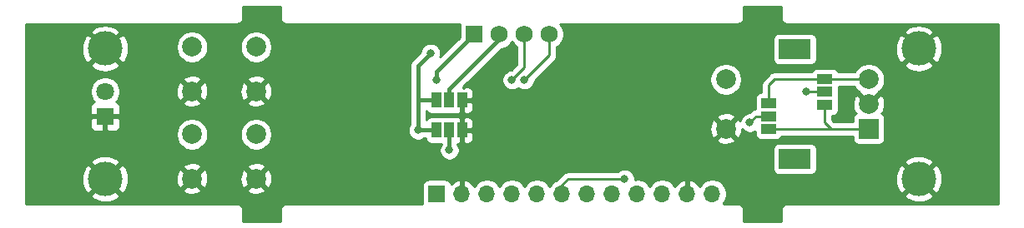
<source format=gbl>
G04 #@! TF.GenerationSoftware,KiCad,Pcbnew,(5.1.8)-1*
G04 #@! TF.CreationDate,2022-07-09T03:05:26+02:00*
G04 #@! TF.ProjectId,BulkyMIDI-32 Module Panel,42756c6b-794d-4494-9449-2d3332204d6f,rev?*
G04 #@! TF.SameCoordinates,Original*
G04 #@! TF.FileFunction,Copper,L2,Bot*
G04 #@! TF.FilePolarity,Positive*
%FSLAX46Y46*%
G04 Gerber Fmt 4.6, Leading zero omitted, Abs format (unit mm)*
G04 Created by KiCad (PCBNEW (5.1.8)-1) date 2022-07-09 03:05:26*
%MOMM*%
%LPD*%
G01*
G04 APERTURE LIST*
G04 #@! TA.AperFunction,ComponentPad*
%ADD10C,2.000000*%
G04 #@! TD*
G04 #@! TA.AperFunction,ComponentPad*
%ADD11C,3.500000*%
G04 #@! TD*
G04 #@! TA.AperFunction,ComponentPad*
%ADD12R,3.200000X2.000000*%
G04 #@! TD*
G04 #@! TA.AperFunction,ComponentPad*
%ADD13R,2.000000X2.000000*%
G04 #@! TD*
G04 #@! TA.AperFunction,SMDPad,CuDef*
%ADD14R,1.500000X1.000000*%
G04 #@! TD*
G04 #@! TA.AperFunction,ComponentPad*
%ADD15C,1.727200*%
G04 #@! TD*
G04 #@! TA.AperFunction,ComponentPad*
%ADD16R,1.727200X1.727200*%
G04 #@! TD*
G04 #@! TA.AperFunction,ComponentPad*
%ADD17R,1.700000X1.700000*%
G04 #@! TD*
G04 #@! TA.AperFunction,ComponentPad*
%ADD18O,1.700000X1.700000*%
G04 #@! TD*
G04 #@! TA.AperFunction,ComponentPad*
%ADD19R,1.800000X1.800000*%
G04 #@! TD*
G04 #@! TA.AperFunction,ComponentPad*
%ADD20C,1.800000*%
G04 #@! TD*
G04 #@! TA.AperFunction,SMDPad,CuDef*
%ADD21R,1.000000X1.500000*%
G04 #@! TD*
G04 #@! TA.AperFunction,ViaPad*
%ADD22C,0.800000*%
G04 #@! TD*
G04 #@! TA.AperFunction,Conductor*
%ADD23C,0.381000*%
G04 #@! TD*
G04 #@! TA.AperFunction,Conductor*
%ADD24C,0.250000*%
G04 #@! TD*
G04 #@! TA.AperFunction,Conductor*
%ADD25C,0.254000*%
G04 #@! TD*
G04 #@! TA.AperFunction,Conductor*
%ADD26C,0.100000*%
G04 #@! TD*
G04 APERTURE END LIST*
D10*
X115130000Y-115773000D03*
X115130000Y-120273000D03*
X108630000Y-115773000D03*
X108630000Y-120273000D03*
X108630000Y-129163000D03*
X108630000Y-124663000D03*
X115130000Y-129163000D03*
X115130000Y-124663000D03*
D11*
X99815000Y-129199000D03*
X182365000Y-129199000D03*
X182365000Y-115949000D03*
X99815000Y-115949000D03*
D10*
X162785000Y-119079000D03*
X162785000Y-124079000D03*
D12*
X169785000Y-115979000D03*
X169785000Y-127179000D03*
D10*
X177285000Y-119079000D03*
X177285000Y-121579000D03*
D13*
X177285000Y-124079000D03*
D14*
X172840000Y-121639000D03*
X172840000Y-120339000D03*
X172840000Y-119039000D03*
X167125000Y-124119000D03*
X167125000Y-122819000D03*
X167125000Y-121519000D03*
D15*
X144900000Y-114467000D03*
X142360000Y-114467000D03*
X139820000Y-114467000D03*
D16*
X137280000Y-114467000D03*
D17*
X133470000Y-130723000D03*
D18*
X136010000Y-130723000D03*
X138550000Y-130723000D03*
X141090000Y-130723000D03*
X143630000Y-130723000D03*
X146170000Y-130723000D03*
X148710000Y-130723000D03*
X151250000Y-130723000D03*
X153790000Y-130723000D03*
X156330000Y-130723000D03*
X158870000Y-130723000D03*
X161410000Y-130723000D03*
D19*
X99815000Y-122849000D03*
D20*
X99815000Y-120309000D03*
D21*
X133440000Y-124246000D03*
X134740000Y-124246000D03*
X136040000Y-124246000D03*
X133440000Y-121198000D03*
X134740000Y-121198000D03*
X136040000Y-121198000D03*
D22*
X132835000Y-116409000D03*
X131565000Y-124246000D03*
X152520000Y-129199000D03*
X142360000Y-119129000D03*
X141090008Y-119129000D03*
X134740000Y-126278000D03*
X133470000Y-119129010D03*
X165220000Y-123484010D03*
X170935000Y-120309000D03*
D23*
X136010000Y-124276000D02*
X136040000Y-124246000D01*
X133440000Y-121198000D02*
X133089000Y-121198000D01*
X131565000Y-117679000D02*
X131565000Y-117769000D01*
X132835000Y-116409000D02*
X131565000Y-117679000D01*
X131565000Y-119039000D02*
X131565000Y-119129000D01*
X131565000Y-119039000D02*
X131565000Y-117769000D01*
X133440000Y-121198000D02*
X131565000Y-121198000D01*
X133440000Y-124246000D02*
X131565000Y-124246000D01*
X131565000Y-119039000D02*
X131565000Y-121198000D01*
X131565000Y-121198000D02*
X131565000Y-124246000D01*
D24*
X146170000Y-130723000D02*
X146170000Y-129834000D01*
X146805000Y-129199000D02*
X152520000Y-129199000D01*
X146170000Y-129834000D02*
X146805000Y-129199000D01*
X172880000Y-119079000D02*
X172840000Y-119039000D01*
X177285000Y-119079000D02*
X172880000Y-119079000D01*
X172840000Y-119039000D02*
X167760000Y-119039000D01*
X167125000Y-119674000D02*
X167125000Y-121519000D01*
X167760000Y-119039000D02*
X167125000Y-119674000D01*
X172840000Y-121639000D02*
X172840000Y-123484000D01*
X173435000Y-124079000D02*
X177285000Y-124079000D01*
X172840000Y-123484000D02*
X173435000Y-124079000D01*
X177245000Y-124119000D02*
X177285000Y-124079000D01*
X167125000Y-124119000D02*
X177245000Y-124119000D01*
X144900000Y-116589000D02*
X142360000Y-119129000D01*
X144900000Y-114467000D02*
X144900000Y-116589000D01*
X142360000Y-114467000D02*
X142360000Y-117859008D01*
X142360000Y-117859008D02*
X141090008Y-119129000D01*
D23*
X134740000Y-124246000D02*
X134740000Y-126278000D01*
X133470000Y-118277000D02*
X133470000Y-119129010D01*
X137280000Y-114467000D02*
X133470000Y-118277000D01*
X134740000Y-120055000D02*
X134740000Y-121198000D01*
X139820000Y-114975000D02*
X134740000Y-120055000D01*
X139820000Y-114467000D02*
X139820000Y-114975000D01*
D24*
X167125000Y-122819000D02*
X165885010Y-122819000D01*
X165885010Y-122819000D02*
X165220000Y-123484010D01*
X172810000Y-120309000D02*
X172840000Y-120339000D01*
X170935000Y-120309000D02*
X172810000Y-120309000D01*
D25*
X117570000Y-112741580D02*
X117566807Y-112774000D01*
X117579550Y-112903383D01*
X117617290Y-113027793D01*
X117678575Y-113142450D01*
X117761052Y-113242948D01*
X117861550Y-113325425D01*
X117976207Y-113386710D01*
X118100617Y-113424450D01*
X118230000Y-113437193D01*
X118262419Y-113434000D01*
X135804214Y-113434000D01*
X135790588Y-113478918D01*
X135778328Y-113603400D01*
X135778328Y-114801238D01*
X133803042Y-116776526D01*
X133830226Y-116710898D01*
X133870000Y-116510939D01*
X133870000Y-116307061D01*
X133830226Y-116107102D01*
X133752205Y-115918744D01*
X133638937Y-115749226D01*
X133494774Y-115605063D01*
X133325256Y-115491795D01*
X133136898Y-115413774D01*
X132936939Y-115374000D01*
X132733061Y-115374000D01*
X132533102Y-115413774D01*
X132344744Y-115491795D01*
X132175226Y-115605063D01*
X132031063Y-115749226D01*
X131917795Y-115918744D01*
X131839774Y-116107102D01*
X131807572Y-116268996D01*
X131009966Y-117066602D01*
X130978459Y-117092459D01*
X130928396Y-117153462D01*
X130875301Y-117218158D01*
X130803399Y-117352677D01*
X130798647Y-117361567D01*
X130751444Y-117517175D01*
X130741454Y-117618609D01*
X130735506Y-117679000D01*
X130739500Y-117719550D01*
X130739500Y-117809553D01*
X130739501Y-117809563D01*
X130739500Y-118998447D01*
X130739500Y-118998448D01*
X130739501Y-121157437D01*
X130735506Y-121198000D01*
X130739500Y-121238553D01*
X130739501Y-123618496D01*
X130647795Y-123755744D01*
X130569774Y-123944102D01*
X130530000Y-124144061D01*
X130530000Y-124347939D01*
X130569774Y-124547898D01*
X130647795Y-124736256D01*
X130761063Y-124905774D01*
X130905226Y-125049937D01*
X131074744Y-125163205D01*
X131263102Y-125241226D01*
X131463061Y-125281000D01*
X131666939Y-125281000D01*
X131866898Y-125241226D01*
X132055256Y-125163205D01*
X132192503Y-125071500D01*
X132309364Y-125071500D01*
X132314188Y-125120482D01*
X132350498Y-125240180D01*
X132409463Y-125350494D01*
X132488815Y-125447185D01*
X132585506Y-125526537D01*
X132695820Y-125585502D01*
X132815518Y-125621812D01*
X132940000Y-125634072D01*
X133914501Y-125634072D01*
X133914501Y-125650496D01*
X133822795Y-125787744D01*
X133744774Y-125976102D01*
X133705000Y-126176061D01*
X133705000Y-126379939D01*
X133744774Y-126579898D01*
X133822795Y-126768256D01*
X133936063Y-126937774D01*
X134080226Y-127081937D01*
X134249744Y-127195205D01*
X134438102Y-127273226D01*
X134638061Y-127313000D01*
X134841939Y-127313000D01*
X135041898Y-127273226D01*
X135230256Y-127195205D01*
X135399774Y-127081937D01*
X135543937Y-126937774D01*
X135657205Y-126768256D01*
X135735226Y-126579898D01*
X135775000Y-126379939D01*
X135775000Y-126179000D01*
X167546928Y-126179000D01*
X167546928Y-128179000D01*
X167559188Y-128303482D01*
X167595498Y-128423180D01*
X167654463Y-128533494D01*
X167733815Y-128630185D01*
X167830506Y-128709537D01*
X167940820Y-128768502D01*
X168060518Y-128804812D01*
X168185000Y-128817072D01*
X171385000Y-128817072D01*
X171509482Y-128804812D01*
X171629180Y-128768502D01*
X171739494Y-128709537D01*
X171836185Y-128630185D01*
X171915537Y-128533494D01*
X171974502Y-128423180D01*
X172010812Y-128303482D01*
X172023072Y-128179000D01*
X172023072Y-127529391D01*
X180874997Y-127529391D01*
X182365000Y-129019395D01*
X183855003Y-127529391D01*
X183668927Y-127188234D01*
X183251591Y-126972487D01*
X182800185Y-126842304D01*
X182332054Y-126802687D01*
X181865189Y-126855158D01*
X181417532Y-126997703D01*
X181061073Y-127188234D01*
X180874997Y-127529391D01*
X172023072Y-127529391D01*
X172023072Y-126179000D01*
X172010812Y-126054518D01*
X171974502Y-125934820D01*
X171915537Y-125824506D01*
X171836185Y-125727815D01*
X171739494Y-125648463D01*
X171629180Y-125589498D01*
X171509482Y-125553188D01*
X171385000Y-125540928D01*
X168185000Y-125540928D01*
X168060518Y-125553188D01*
X167940820Y-125589498D01*
X167830506Y-125648463D01*
X167733815Y-125727815D01*
X167654463Y-125824506D01*
X167595498Y-125934820D01*
X167559188Y-126054518D01*
X167546928Y-126179000D01*
X135775000Y-126179000D01*
X135775000Y-126176061D01*
X135735226Y-125976102D01*
X135657205Y-125787744D01*
X135565500Y-125650497D01*
X135565500Y-125633706D01*
X135754250Y-125631000D01*
X135913000Y-125472250D01*
X135913000Y-124373000D01*
X136167000Y-124373000D01*
X136167000Y-125472250D01*
X136325750Y-125631000D01*
X136540000Y-125634072D01*
X136664482Y-125621812D01*
X136784180Y-125585502D01*
X136894494Y-125526537D01*
X136991185Y-125447185D01*
X137070537Y-125350494D01*
X137129502Y-125240180D01*
X137137318Y-125214413D01*
X161829192Y-125214413D01*
X161924956Y-125478814D01*
X162214571Y-125619704D01*
X162526108Y-125701384D01*
X162847595Y-125720718D01*
X163166675Y-125676961D01*
X163471088Y-125571795D01*
X163645044Y-125478814D01*
X163740808Y-125214413D01*
X162785000Y-124258605D01*
X161829192Y-125214413D01*
X137137318Y-125214413D01*
X137165812Y-125120482D01*
X137178072Y-124996000D01*
X137175000Y-124531750D01*
X137016250Y-124373000D01*
X136167000Y-124373000D01*
X135913000Y-124373000D01*
X135893000Y-124373000D01*
X135893000Y-124141595D01*
X161143282Y-124141595D01*
X161187039Y-124460675D01*
X161292205Y-124765088D01*
X161385186Y-124939044D01*
X161649587Y-125034808D01*
X162605395Y-124079000D01*
X162964605Y-124079000D01*
X163920413Y-125034808D01*
X164184814Y-124939044D01*
X164325704Y-124649429D01*
X164407384Y-124337892D01*
X164418888Y-124146609D01*
X164560226Y-124287947D01*
X164729744Y-124401215D01*
X164918102Y-124479236D01*
X165118061Y-124519010D01*
X165321939Y-124519010D01*
X165521898Y-124479236D01*
X165710256Y-124401215D01*
X165736928Y-124383393D01*
X165736928Y-124619000D01*
X165749188Y-124743482D01*
X165785498Y-124863180D01*
X165844463Y-124973494D01*
X165923815Y-125070185D01*
X166020506Y-125149537D01*
X166130820Y-125208502D01*
X166250518Y-125244812D01*
X166375000Y-125257072D01*
X167875000Y-125257072D01*
X167999482Y-125244812D01*
X168119180Y-125208502D01*
X168229494Y-125149537D01*
X168326185Y-125070185D01*
X168405537Y-124973494D01*
X168456046Y-124879000D01*
X175646928Y-124879000D01*
X175646928Y-125079000D01*
X175659188Y-125203482D01*
X175695498Y-125323180D01*
X175754463Y-125433494D01*
X175833815Y-125530185D01*
X175930506Y-125609537D01*
X176040820Y-125668502D01*
X176160518Y-125704812D01*
X176285000Y-125717072D01*
X178285000Y-125717072D01*
X178409482Y-125704812D01*
X178529180Y-125668502D01*
X178639494Y-125609537D01*
X178736185Y-125530185D01*
X178815537Y-125433494D01*
X178874502Y-125323180D01*
X178910812Y-125203482D01*
X178923072Y-125079000D01*
X178923072Y-123079000D01*
X178910812Y-122954518D01*
X178874502Y-122834820D01*
X178815537Y-122724506D01*
X178736185Y-122627815D01*
X178639494Y-122548463D01*
X178535777Y-122493024D01*
X178684814Y-122439044D01*
X178825704Y-122149429D01*
X178907384Y-121837892D01*
X178926718Y-121516405D01*
X178882961Y-121197325D01*
X178777795Y-120892912D01*
X178684814Y-120718956D01*
X178420413Y-120623192D01*
X177464605Y-121579000D01*
X177478748Y-121593143D01*
X177299143Y-121772748D01*
X177285000Y-121758605D01*
X177270858Y-121772748D01*
X177091253Y-121593143D01*
X177105395Y-121579000D01*
X176149587Y-120623192D01*
X175885186Y-120718956D01*
X175744296Y-121008571D01*
X175662616Y-121320108D01*
X175643282Y-121641595D01*
X175687039Y-121960675D01*
X175792205Y-122265088D01*
X175885186Y-122439044D01*
X176034223Y-122493024D01*
X175930506Y-122548463D01*
X175833815Y-122627815D01*
X175754463Y-122724506D01*
X175695498Y-122834820D01*
X175659188Y-122954518D01*
X175646928Y-123079000D01*
X175646928Y-123319000D01*
X173749802Y-123319000D01*
X173600000Y-123169199D01*
X173600000Y-122776087D01*
X173714482Y-122764812D01*
X173834180Y-122728502D01*
X173944494Y-122669537D01*
X174041185Y-122590185D01*
X174120537Y-122493494D01*
X174179502Y-122383180D01*
X174215812Y-122263482D01*
X174228072Y-122139000D01*
X174228072Y-121139000D01*
X174215812Y-121014518D01*
X174208071Y-120989000D01*
X174215812Y-120963482D01*
X174228072Y-120839000D01*
X174228072Y-119839000D01*
X175830091Y-119839000D01*
X175836082Y-119853463D01*
X176015013Y-120121252D01*
X176242748Y-120348987D01*
X176339935Y-120413925D01*
X176329192Y-120443587D01*
X177285000Y-121399395D01*
X178240808Y-120443587D01*
X178230065Y-120413925D01*
X178327252Y-120348987D01*
X178554987Y-120121252D01*
X178733918Y-119853463D01*
X178857168Y-119555912D01*
X178920000Y-119240033D01*
X178920000Y-118917967D01*
X178857168Y-118602088D01*
X178733918Y-118304537D01*
X178554987Y-118036748D01*
X178327252Y-117809013D01*
X178059463Y-117630082D01*
X178031765Y-117618609D01*
X180874997Y-117618609D01*
X181061073Y-117959766D01*
X181478409Y-118175513D01*
X181929815Y-118305696D01*
X182397946Y-118345313D01*
X182864811Y-118292842D01*
X183312468Y-118150297D01*
X183668927Y-117959766D01*
X183855003Y-117618609D01*
X182365000Y-116128605D01*
X180874997Y-117618609D01*
X178031765Y-117618609D01*
X177761912Y-117506832D01*
X177446033Y-117444000D01*
X177123967Y-117444000D01*
X176808088Y-117506832D01*
X176510537Y-117630082D01*
X176242748Y-117809013D01*
X176015013Y-118036748D01*
X175836082Y-118304537D01*
X175830091Y-118319000D01*
X174186837Y-118319000D01*
X174179502Y-118294820D01*
X174120537Y-118184506D01*
X174041185Y-118087815D01*
X173944494Y-118008463D01*
X173834180Y-117949498D01*
X173714482Y-117913188D01*
X173590000Y-117900928D01*
X172090000Y-117900928D01*
X171965518Y-117913188D01*
X171845820Y-117949498D01*
X171735506Y-118008463D01*
X171638815Y-118087815D01*
X171559463Y-118184506D01*
X171508954Y-118279000D01*
X167797333Y-118279000D01*
X167760000Y-118275323D01*
X167722667Y-118279000D01*
X167611014Y-118289997D01*
X167467753Y-118333454D01*
X167335724Y-118404026D01*
X167219999Y-118498999D01*
X167196200Y-118527998D01*
X166614002Y-119110197D01*
X166584999Y-119133999D01*
X166530157Y-119200825D01*
X166490026Y-119249724D01*
X166432988Y-119356434D01*
X166419454Y-119381754D01*
X166375997Y-119525015D01*
X166365000Y-119636668D01*
X166365000Y-119636678D01*
X166361324Y-119674000D01*
X166365000Y-119711323D01*
X166365000Y-120381913D01*
X166250518Y-120393188D01*
X166130820Y-120429498D01*
X166020506Y-120488463D01*
X165923815Y-120567815D01*
X165844463Y-120664506D01*
X165785498Y-120774820D01*
X165749188Y-120894518D01*
X165736928Y-121019000D01*
X165736928Y-122019000D01*
X165741894Y-122069419D01*
X165736024Y-122069997D01*
X165592763Y-122113454D01*
X165460734Y-122184026D01*
X165345009Y-122278999D01*
X165321210Y-122307998D01*
X165180198Y-122449010D01*
X165118061Y-122449010D01*
X164918102Y-122488784D01*
X164729744Y-122566805D01*
X164560226Y-122680073D01*
X164416063Y-122824236D01*
X164302795Y-122993754D01*
X164224774Y-123182112D01*
X164208595Y-123263448D01*
X164184814Y-123218956D01*
X163920413Y-123123192D01*
X162964605Y-124079000D01*
X162605395Y-124079000D01*
X161649587Y-123123192D01*
X161385186Y-123218956D01*
X161244296Y-123508571D01*
X161162616Y-123820108D01*
X161143282Y-124141595D01*
X135893000Y-124141595D01*
X135893000Y-124119000D01*
X135913000Y-124119000D01*
X135913000Y-123019750D01*
X136167000Y-123019750D01*
X136167000Y-124119000D01*
X137016250Y-124119000D01*
X137175000Y-123960250D01*
X137178072Y-123496000D01*
X137165812Y-123371518D01*
X137129502Y-123251820D01*
X137070537Y-123141506D01*
X136991185Y-123044815D01*
X136894494Y-122965463D01*
X136853568Y-122943587D01*
X161829192Y-122943587D01*
X162785000Y-123899395D01*
X163740808Y-122943587D01*
X163645044Y-122679186D01*
X163355429Y-122538296D01*
X163043892Y-122456616D01*
X162722405Y-122437282D01*
X162403325Y-122481039D01*
X162098912Y-122586205D01*
X161924956Y-122679186D01*
X161829192Y-122943587D01*
X136853568Y-122943587D01*
X136784180Y-122906498D01*
X136664482Y-122870188D01*
X136540000Y-122857928D01*
X136325750Y-122861000D01*
X136167000Y-123019750D01*
X135913000Y-123019750D01*
X135754250Y-122861000D01*
X135540000Y-122857928D01*
X135415518Y-122870188D01*
X135390000Y-122877929D01*
X135364482Y-122870188D01*
X135240000Y-122857928D01*
X134240000Y-122857928D01*
X134115518Y-122870188D01*
X134090000Y-122877929D01*
X134064482Y-122870188D01*
X133940000Y-122857928D01*
X132940000Y-122857928D01*
X132815518Y-122870188D01*
X132695820Y-122906498D01*
X132585506Y-122965463D01*
X132488815Y-123044815D01*
X132409463Y-123141506D01*
X132390500Y-123176983D01*
X132390500Y-122267017D01*
X132409463Y-122302494D01*
X132488815Y-122399185D01*
X132585506Y-122478537D01*
X132695820Y-122537502D01*
X132815518Y-122573812D01*
X132940000Y-122586072D01*
X133940000Y-122586072D01*
X134064482Y-122573812D01*
X134090000Y-122566071D01*
X134115518Y-122573812D01*
X134240000Y-122586072D01*
X135240000Y-122586072D01*
X135364482Y-122573812D01*
X135390000Y-122566071D01*
X135415518Y-122573812D01*
X135540000Y-122586072D01*
X135754250Y-122583000D01*
X135913000Y-122424250D01*
X135913000Y-121325000D01*
X136167000Y-121325000D01*
X136167000Y-122424250D01*
X136325750Y-122583000D01*
X136540000Y-122586072D01*
X136664482Y-122573812D01*
X136784180Y-122537502D01*
X136894494Y-122478537D01*
X136991185Y-122399185D01*
X137070537Y-122302494D01*
X137129502Y-122192180D01*
X137165812Y-122072482D01*
X137178072Y-121948000D01*
X137175000Y-121483750D01*
X137016250Y-121325000D01*
X136167000Y-121325000D01*
X135913000Y-121325000D01*
X135893000Y-121325000D01*
X135893000Y-121071000D01*
X135913000Y-121071000D01*
X135913000Y-121051000D01*
X136167000Y-121051000D01*
X136167000Y-121071000D01*
X137016250Y-121071000D01*
X137175000Y-120912250D01*
X137178072Y-120448000D01*
X137165812Y-120323518D01*
X137129502Y-120203820D01*
X137070537Y-120093506D01*
X136991185Y-119996815D01*
X136894494Y-119917463D01*
X136784180Y-119858498D01*
X136664482Y-119822188D01*
X136540000Y-119809928D01*
X136325750Y-119813000D01*
X136167002Y-119971748D01*
X136167002Y-119813000D01*
X136149432Y-119813000D01*
X140004093Y-115958341D01*
X140257125Y-115908010D01*
X140529853Y-115795042D01*
X140775302Y-115631039D01*
X140984039Y-115422302D01*
X141090000Y-115263719D01*
X141195961Y-115422302D01*
X141404698Y-115631039D01*
X141600000Y-115761535D01*
X141600001Y-117544205D01*
X141050207Y-118094000D01*
X140988069Y-118094000D01*
X140788110Y-118133774D01*
X140599752Y-118211795D01*
X140430234Y-118325063D01*
X140286071Y-118469226D01*
X140172803Y-118638744D01*
X140094782Y-118827102D01*
X140055008Y-119027061D01*
X140055008Y-119230939D01*
X140094782Y-119430898D01*
X140172803Y-119619256D01*
X140286071Y-119788774D01*
X140430234Y-119932937D01*
X140599752Y-120046205D01*
X140788110Y-120124226D01*
X140988069Y-120164000D01*
X141191947Y-120164000D01*
X141391906Y-120124226D01*
X141580264Y-120046205D01*
X141725004Y-119949493D01*
X141869744Y-120046205D01*
X142058102Y-120124226D01*
X142258061Y-120164000D01*
X142461939Y-120164000D01*
X142661898Y-120124226D01*
X142850256Y-120046205D01*
X143019774Y-119932937D01*
X143163937Y-119788774D01*
X143277205Y-119619256D01*
X143355226Y-119430898D01*
X143395000Y-119230939D01*
X143395000Y-119168801D01*
X143645834Y-118917967D01*
X161150000Y-118917967D01*
X161150000Y-119240033D01*
X161212832Y-119555912D01*
X161336082Y-119853463D01*
X161515013Y-120121252D01*
X161742748Y-120348987D01*
X162010537Y-120527918D01*
X162308088Y-120651168D01*
X162623967Y-120714000D01*
X162946033Y-120714000D01*
X163261912Y-120651168D01*
X163559463Y-120527918D01*
X163827252Y-120348987D01*
X164054987Y-120121252D01*
X164233918Y-119853463D01*
X164357168Y-119555912D01*
X164420000Y-119240033D01*
X164420000Y-118917967D01*
X164357168Y-118602088D01*
X164233918Y-118304537D01*
X164054987Y-118036748D01*
X163827252Y-117809013D01*
X163559463Y-117630082D01*
X163261912Y-117506832D01*
X162946033Y-117444000D01*
X162623967Y-117444000D01*
X162308088Y-117506832D01*
X162010537Y-117630082D01*
X161742748Y-117809013D01*
X161515013Y-118036748D01*
X161336082Y-118304537D01*
X161212832Y-118602088D01*
X161150000Y-118917967D01*
X143645834Y-118917967D01*
X145411008Y-117152795D01*
X145440001Y-117129001D01*
X145463795Y-117100008D01*
X145463799Y-117100004D01*
X145534973Y-117013277D01*
X145553295Y-116979000D01*
X145605546Y-116881247D01*
X145649003Y-116737986D01*
X145660000Y-116626333D01*
X145660000Y-116626324D01*
X145663676Y-116589001D01*
X145660000Y-116551678D01*
X145660000Y-115761535D01*
X145855302Y-115631039D01*
X146064039Y-115422302D01*
X146228042Y-115176853D01*
X146309995Y-114979000D01*
X167546928Y-114979000D01*
X167546928Y-116979000D01*
X167559188Y-117103482D01*
X167595498Y-117223180D01*
X167654463Y-117333494D01*
X167733815Y-117430185D01*
X167830506Y-117509537D01*
X167940820Y-117568502D01*
X168060518Y-117604812D01*
X168185000Y-117617072D01*
X171385000Y-117617072D01*
X171509482Y-117604812D01*
X171629180Y-117568502D01*
X171739494Y-117509537D01*
X171836185Y-117430185D01*
X171915537Y-117333494D01*
X171974502Y-117223180D01*
X172010812Y-117103482D01*
X172023072Y-116979000D01*
X172023072Y-115981946D01*
X179968687Y-115981946D01*
X180021158Y-116448811D01*
X180163703Y-116896468D01*
X180354234Y-117252927D01*
X180695391Y-117439003D01*
X182185395Y-115949000D01*
X182544605Y-115949000D01*
X184034609Y-117439003D01*
X184375766Y-117252927D01*
X184591513Y-116835591D01*
X184721696Y-116384185D01*
X184761313Y-115916054D01*
X184708842Y-115449189D01*
X184566297Y-115001532D01*
X184375766Y-114645073D01*
X184034609Y-114458997D01*
X182544605Y-115949000D01*
X182185395Y-115949000D01*
X180695391Y-114458997D01*
X180354234Y-114645073D01*
X180138487Y-115062409D01*
X180008304Y-115513815D01*
X179968687Y-115981946D01*
X172023072Y-115981946D01*
X172023072Y-114979000D01*
X172010812Y-114854518D01*
X171974502Y-114734820D01*
X171915537Y-114624506D01*
X171836185Y-114527815D01*
X171739494Y-114448463D01*
X171629180Y-114389498D01*
X171509482Y-114353188D01*
X171385000Y-114340928D01*
X168185000Y-114340928D01*
X168060518Y-114353188D01*
X167940820Y-114389498D01*
X167830506Y-114448463D01*
X167733815Y-114527815D01*
X167654463Y-114624506D01*
X167595498Y-114734820D01*
X167559188Y-114854518D01*
X167546928Y-114979000D01*
X146309995Y-114979000D01*
X146341010Y-114904125D01*
X146398600Y-114614599D01*
X146398600Y-114319401D01*
X146390642Y-114279391D01*
X180874997Y-114279391D01*
X182365000Y-115769395D01*
X183855003Y-114279391D01*
X183668927Y-113938234D01*
X183251591Y-113722487D01*
X182800185Y-113592304D01*
X182332054Y-113552687D01*
X181865189Y-113605158D01*
X181417532Y-113747703D01*
X181061073Y-113938234D01*
X180874997Y-114279391D01*
X146390642Y-114279391D01*
X146341010Y-114029875D01*
X146228042Y-113757147D01*
X146064039Y-113511698D01*
X145986341Y-113434000D01*
X163917581Y-113434000D01*
X163950000Y-113437193D01*
X163982419Y-113434000D01*
X164079383Y-113424450D01*
X164203793Y-113386710D01*
X164318450Y-113325425D01*
X164418948Y-113242948D01*
X164501425Y-113142450D01*
X164562710Y-113027793D01*
X164600450Y-112903383D01*
X164613193Y-112774000D01*
X164610000Y-112741581D01*
X164610000Y-111634000D01*
X168370001Y-111634000D01*
X168370000Y-112741580D01*
X168366807Y-112774000D01*
X168379550Y-112903383D01*
X168417290Y-113027793D01*
X168478575Y-113142450D01*
X168561052Y-113242948D01*
X168661550Y-113325425D01*
X168776207Y-113386710D01*
X168900617Y-113424450D01*
X169030000Y-113437193D01*
X169062419Y-113434000D01*
X190430001Y-113434000D01*
X190430000Y-131714000D01*
X169062419Y-131714000D01*
X169030000Y-131710807D01*
X168997581Y-131714000D01*
X168900617Y-131723550D01*
X168776207Y-131761290D01*
X168661550Y-131822575D01*
X168561052Y-131905052D01*
X168478575Y-132005550D01*
X168417290Y-132120207D01*
X168379550Y-132244617D01*
X168366807Y-132374000D01*
X168370000Y-132406418D01*
X168370001Y-133514000D01*
X164610000Y-133514000D01*
X164610000Y-132406418D01*
X164613193Y-132374000D01*
X164600450Y-132244617D01*
X164562710Y-132120207D01*
X164501425Y-132005550D01*
X164418948Y-131905052D01*
X164318450Y-131822575D01*
X164203793Y-131761290D01*
X164079383Y-131723550D01*
X163982419Y-131714000D01*
X163950000Y-131710807D01*
X163917581Y-131714000D01*
X162519107Y-131714000D01*
X162563475Y-131669632D01*
X162725990Y-131426411D01*
X162837932Y-131156158D01*
X162895000Y-130869260D01*
X162895000Y-130868609D01*
X180874997Y-130868609D01*
X181061073Y-131209766D01*
X181478409Y-131425513D01*
X181929815Y-131555696D01*
X182397946Y-131595313D01*
X182864811Y-131542842D01*
X183312468Y-131400297D01*
X183668927Y-131209766D01*
X183855003Y-130868609D01*
X182365000Y-129378605D01*
X180874997Y-130868609D01*
X162895000Y-130868609D01*
X162895000Y-130576740D01*
X162837932Y-130289842D01*
X162725990Y-130019589D01*
X162563475Y-129776368D01*
X162356632Y-129569525D01*
X162113411Y-129407010D01*
X161843158Y-129295068D01*
X161556260Y-129238000D01*
X161263740Y-129238000D01*
X160976842Y-129295068D01*
X160706589Y-129407010D01*
X160463368Y-129569525D01*
X160256525Y-129776368D01*
X160134805Y-129958534D01*
X160065178Y-129841645D01*
X159870269Y-129625412D01*
X159636920Y-129451359D01*
X159374099Y-129326175D01*
X159226890Y-129281524D01*
X158997000Y-129402845D01*
X158997000Y-130596000D01*
X159017000Y-130596000D01*
X159017000Y-130850000D01*
X158997000Y-130850000D01*
X158997000Y-130870000D01*
X158743000Y-130870000D01*
X158743000Y-130850000D01*
X158723000Y-130850000D01*
X158723000Y-130596000D01*
X158743000Y-130596000D01*
X158743000Y-129402845D01*
X158513110Y-129281524D01*
X158365901Y-129326175D01*
X158103080Y-129451359D01*
X157869731Y-129625412D01*
X157674822Y-129841645D01*
X157605195Y-129958534D01*
X157483475Y-129776368D01*
X157276632Y-129569525D01*
X157033411Y-129407010D01*
X156763158Y-129295068D01*
X156476260Y-129238000D01*
X156183740Y-129238000D01*
X155896842Y-129295068D01*
X155626589Y-129407010D01*
X155383368Y-129569525D01*
X155176525Y-129776368D01*
X155060000Y-129950760D01*
X154943475Y-129776368D01*
X154736632Y-129569525D01*
X154493411Y-129407010D01*
X154223158Y-129295068D01*
X153936260Y-129238000D01*
X153643740Y-129238000D01*
X153555000Y-129255652D01*
X153555000Y-129231946D01*
X179968687Y-129231946D01*
X180021158Y-129698811D01*
X180163703Y-130146468D01*
X180354234Y-130502927D01*
X180695391Y-130689003D01*
X182185395Y-129199000D01*
X182544605Y-129199000D01*
X184034609Y-130689003D01*
X184375766Y-130502927D01*
X184591513Y-130085591D01*
X184721696Y-129634185D01*
X184761313Y-129166054D01*
X184708842Y-128699189D01*
X184566297Y-128251532D01*
X184375766Y-127895073D01*
X184034609Y-127708997D01*
X182544605Y-129199000D01*
X182185395Y-129199000D01*
X180695391Y-127708997D01*
X180354234Y-127895073D01*
X180138487Y-128312409D01*
X180008304Y-128763815D01*
X179968687Y-129231946D01*
X153555000Y-129231946D01*
X153555000Y-129097061D01*
X153515226Y-128897102D01*
X153437205Y-128708744D01*
X153323937Y-128539226D01*
X153179774Y-128395063D01*
X153010256Y-128281795D01*
X152821898Y-128203774D01*
X152621939Y-128164000D01*
X152418061Y-128164000D01*
X152218102Y-128203774D01*
X152029744Y-128281795D01*
X151860226Y-128395063D01*
X151816289Y-128439000D01*
X146842333Y-128439000D01*
X146805000Y-128435323D01*
X146767667Y-128439000D01*
X146656014Y-128449997D01*
X146512753Y-128493454D01*
X146380724Y-128564026D01*
X146264999Y-128658999D01*
X146241200Y-128687998D01*
X145658998Y-129270201D01*
X145630000Y-129293999D01*
X145606202Y-129322997D01*
X145606201Y-129322998D01*
X145573646Y-129362666D01*
X145466589Y-129407010D01*
X145223368Y-129569525D01*
X145016525Y-129776368D01*
X144900000Y-129950760D01*
X144783475Y-129776368D01*
X144576632Y-129569525D01*
X144333411Y-129407010D01*
X144063158Y-129295068D01*
X143776260Y-129238000D01*
X143483740Y-129238000D01*
X143196842Y-129295068D01*
X142926589Y-129407010D01*
X142683368Y-129569525D01*
X142476525Y-129776368D01*
X142360000Y-129950760D01*
X142243475Y-129776368D01*
X142036632Y-129569525D01*
X141793411Y-129407010D01*
X141523158Y-129295068D01*
X141236260Y-129238000D01*
X140943740Y-129238000D01*
X140656842Y-129295068D01*
X140386589Y-129407010D01*
X140143368Y-129569525D01*
X139936525Y-129776368D01*
X139820000Y-129950760D01*
X139703475Y-129776368D01*
X139496632Y-129569525D01*
X139253411Y-129407010D01*
X138983158Y-129295068D01*
X138696260Y-129238000D01*
X138403740Y-129238000D01*
X138116842Y-129295068D01*
X137846589Y-129407010D01*
X137603368Y-129569525D01*
X137396525Y-129776368D01*
X137274805Y-129958534D01*
X137205178Y-129841645D01*
X137010269Y-129625412D01*
X136776920Y-129451359D01*
X136514099Y-129326175D01*
X136366890Y-129281524D01*
X136137000Y-129402845D01*
X136137000Y-130596000D01*
X136157000Y-130596000D01*
X136157000Y-130850000D01*
X136137000Y-130850000D01*
X136137000Y-130870000D01*
X135883000Y-130870000D01*
X135883000Y-130850000D01*
X135863000Y-130850000D01*
X135863000Y-130596000D01*
X135883000Y-130596000D01*
X135883000Y-129402845D01*
X135653110Y-129281524D01*
X135505901Y-129326175D01*
X135243080Y-129451359D01*
X135009731Y-129625412D01*
X134933966Y-129709466D01*
X134909502Y-129628820D01*
X134850537Y-129518506D01*
X134771185Y-129421815D01*
X134674494Y-129342463D01*
X134564180Y-129283498D01*
X134444482Y-129247188D01*
X134320000Y-129234928D01*
X132620000Y-129234928D01*
X132495518Y-129247188D01*
X132375820Y-129283498D01*
X132265506Y-129342463D01*
X132168815Y-129421815D01*
X132089463Y-129518506D01*
X132030498Y-129628820D01*
X131994188Y-129748518D01*
X131981928Y-129873000D01*
X131981928Y-131573000D01*
X131994188Y-131697482D01*
X131999199Y-131714000D01*
X118262419Y-131714000D01*
X118230000Y-131710807D01*
X118197581Y-131714000D01*
X118100617Y-131723550D01*
X117976207Y-131761290D01*
X117861550Y-131822575D01*
X117761052Y-131905052D01*
X117678575Y-132005550D01*
X117617290Y-132120207D01*
X117579550Y-132244617D01*
X117566807Y-132374000D01*
X117570000Y-132406418D01*
X117570001Y-133514000D01*
X113810000Y-133514000D01*
X113810000Y-132406418D01*
X113813193Y-132374000D01*
X113800450Y-132244617D01*
X113762710Y-132120207D01*
X113701425Y-132005550D01*
X113618948Y-131905052D01*
X113518450Y-131822575D01*
X113403793Y-131761290D01*
X113279383Y-131723550D01*
X113182419Y-131714000D01*
X113150000Y-131710807D01*
X113117581Y-131714000D01*
X91750000Y-131714000D01*
X91750000Y-130868609D01*
X98324997Y-130868609D01*
X98511073Y-131209766D01*
X98928409Y-131425513D01*
X99379815Y-131555696D01*
X99847946Y-131595313D01*
X100314811Y-131542842D01*
X100762468Y-131400297D01*
X101118927Y-131209766D01*
X101305003Y-130868609D01*
X99815000Y-129378605D01*
X98324997Y-130868609D01*
X91750000Y-130868609D01*
X91750000Y-129231946D01*
X97418687Y-129231946D01*
X97471158Y-129698811D01*
X97613703Y-130146468D01*
X97804234Y-130502927D01*
X98145391Y-130689003D01*
X99635395Y-129199000D01*
X99994605Y-129199000D01*
X101484609Y-130689003D01*
X101825766Y-130502927D01*
X101931492Y-130298413D01*
X107674192Y-130298413D01*
X107769956Y-130562814D01*
X108059571Y-130703704D01*
X108371108Y-130785384D01*
X108692595Y-130804718D01*
X109011675Y-130760961D01*
X109316088Y-130655795D01*
X109490044Y-130562814D01*
X109585808Y-130298413D01*
X114174192Y-130298413D01*
X114269956Y-130562814D01*
X114559571Y-130703704D01*
X114871108Y-130785384D01*
X115192595Y-130804718D01*
X115511675Y-130760961D01*
X115816088Y-130655795D01*
X115990044Y-130562814D01*
X116085808Y-130298413D01*
X115130000Y-129342605D01*
X114174192Y-130298413D01*
X109585808Y-130298413D01*
X108630000Y-129342605D01*
X107674192Y-130298413D01*
X101931492Y-130298413D01*
X102041513Y-130085591D01*
X102171696Y-129634185D01*
X102206274Y-129225595D01*
X106988282Y-129225595D01*
X107032039Y-129544675D01*
X107137205Y-129849088D01*
X107230186Y-130023044D01*
X107494587Y-130118808D01*
X108450395Y-129163000D01*
X108809605Y-129163000D01*
X109765413Y-130118808D01*
X110029814Y-130023044D01*
X110170704Y-129733429D01*
X110252384Y-129421892D01*
X110264189Y-129225595D01*
X113488282Y-129225595D01*
X113532039Y-129544675D01*
X113637205Y-129849088D01*
X113730186Y-130023044D01*
X113994587Y-130118808D01*
X114950395Y-129163000D01*
X115309605Y-129163000D01*
X116265413Y-130118808D01*
X116529814Y-130023044D01*
X116670704Y-129733429D01*
X116752384Y-129421892D01*
X116771718Y-129100405D01*
X116727961Y-128781325D01*
X116622795Y-128476912D01*
X116529814Y-128302956D01*
X116265413Y-128207192D01*
X115309605Y-129163000D01*
X114950395Y-129163000D01*
X113994587Y-128207192D01*
X113730186Y-128302956D01*
X113589296Y-128592571D01*
X113507616Y-128904108D01*
X113488282Y-129225595D01*
X110264189Y-129225595D01*
X110271718Y-129100405D01*
X110227961Y-128781325D01*
X110122795Y-128476912D01*
X110029814Y-128302956D01*
X109765413Y-128207192D01*
X108809605Y-129163000D01*
X108450395Y-129163000D01*
X107494587Y-128207192D01*
X107230186Y-128302956D01*
X107089296Y-128592571D01*
X107007616Y-128904108D01*
X106988282Y-129225595D01*
X102206274Y-129225595D01*
X102211313Y-129166054D01*
X102158842Y-128699189D01*
X102016297Y-128251532D01*
X101896597Y-128027587D01*
X107674192Y-128027587D01*
X108630000Y-128983395D01*
X109585808Y-128027587D01*
X114174192Y-128027587D01*
X115130000Y-128983395D01*
X116085808Y-128027587D01*
X115990044Y-127763186D01*
X115700429Y-127622296D01*
X115388892Y-127540616D01*
X115067405Y-127521282D01*
X114748325Y-127565039D01*
X114443912Y-127670205D01*
X114269956Y-127763186D01*
X114174192Y-128027587D01*
X109585808Y-128027587D01*
X109490044Y-127763186D01*
X109200429Y-127622296D01*
X108888892Y-127540616D01*
X108567405Y-127521282D01*
X108248325Y-127565039D01*
X107943912Y-127670205D01*
X107769956Y-127763186D01*
X107674192Y-128027587D01*
X101896597Y-128027587D01*
X101825766Y-127895073D01*
X101484609Y-127708997D01*
X99994605Y-129199000D01*
X99635395Y-129199000D01*
X98145391Y-127708997D01*
X97804234Y-127895073D01*
X97588487Y-128312409D01*
X97458304Y-128763815D01*
X97418687Y-129231946D01*
X91750000Y-129231946D01*
X91750000Y-127529391D01*
X98324997Y-127529391D01*
X99815000Y-129019395D01*
X101305003Y-127529391D01*
X101118927Y-127188234D01*
X100701591Y-126972487D01*
X100250185Y-126842304D01*
X99782054Y-126802687D01*
X99315189Y-126855158D01*
X98867532Y-126997703D01*
X98511073Y-127188234D01*
X98324997Y-127529391D01*
X91750000Y-127529391D01*
X91750000Y-124501967D01*
X106995000Y-124501967D01*
X106995000Y-124824033D01*
X107057832Y-125139912D01*
X107181082Y-125437463D01*
X107360013Y-125705252D01*
X107587748Y-125932987D01*
X107855537Y-126111918D01*
X108153088Y-126235168D01*
X108468967Y-126298000D01*
X108791033Y-126298000D01*
X109106912Y-126235168D01*
X109404463Y-126111918D01*
X109672252Y-125932987D01*
X109899987Y-125705252D01*
X110078918Y-125437463D01*
X110202168Y-125139912D01*
X110265000Y-124824033D01*
X110265000Y-124501967D01*
X113495000Y-124501967D01*
X113495000Y-124824033D01*
X113557832Y-125139912D01*
X113681082Y-125437463D01*
X113860013Y-125705252D01*
X114087748Y-125932987D01*
X114355537Y-126111918D01*
X114653088Y-126235168D01*
X114968967Y-126298000D01*
X115291033Y-126298000D01*
X115606912Y-126235168D01*
X115904463Y-126111918D01*
X116172252Y-125932987D01*
X116399987Y-125705252D01*
X116578918Y-125437463D01*
X116702168Y-125139912D01*
X116765000Y-124824033D01*
X116765000Y-124501967D01*
X116702168Y-124186088D01*
X116578918Y-123888537D01*
X116399987Y-123620748D01*
X116172252Y-123393013D01*
X115904463Y-123214082D01*
X115606912Y-123090832D01*
X115291033Y-123028000D01*
X114968967Y-123028000D01*
X114653088Y-123090832D01*
X114355537Y-123214082D01*
X114087748Y-123393013D01*
X113860013Y-123620748D01*
X113681082Y-123888537D01*
X113557832Y-124186088D01*
X113495000Y-124501967D01*
X110265000Y-124501967D01*
X110202168Y-124186088D01*
X110078918Y-123888537D01*
X109899987Y-123620748D01*
X109672252Y-123393013D01*
X109404463Y-123214082D01*
X109106912Y-123090832D01*
X108791033Y-123028000D01*
X108468967Y-123028000D01*
X108153088Y-123090832D01*
X107855537Y-123214082D01*
X107587748Y-123393013D01*
X107360013Y-123620748D01*
X107181082Y-123888537D01*
X107057832Y-124186088D01*
X106995000Y-124501967D01*
X91750000Y-124501967D01*
X91750000Y-123749000D01*
X98276928Y-123749000D01*
X98289188Y-123873482D01*
X98325498Y-123993180D01*
X98384463Y-124103494D01*
X98463815Y-124200185D01*
X98560506Y-124279537D01*
X98670820Y-124338502D01*
X98790518Y-124374812D01*
X98915000Y-124387072D01*
X99529250Y-124384000D01*
X99688000Y-124225250D01*
X99688000Y-122976000D01*
X99942000Y-122976000D01*
X99942000Y-124225250D01*
X100100750Y-124384000D01*
X100715000Y-124387072D01*
X100839482Y-124374812D01*
X100959180Y-124338502D01*
X101069494Y-124279537D01*
X101166185Y-124200185D01*
X101245537Y-124103494D01*
X101304502Y-123993180D01*
X101340812Y-123873482D01*
X101353072Y-123749000D01*
X101350000Y-123134750D01*
X101191250Y-122976000D01*
X99942000Y-122976000D01*
X99688000Y-122976000D01*
X98438750Y-122976000D01*
X98280000Y-123134750D01*
X98276928Y-123749000D01*
X91750000Y-123749000D01*
X91750000Y-121949000D01*
X98276928Y-121949000D01*
X98280000Y-122563250D01*
X98438750Y-122722000D01*
X99688000Y-122722000D01*
X99688000Y-122702000D01*
X99942000Y-122702000D01*
X99942000Y-122722000D01*
X101191250Y-122722000D01*
X101350000Y-122563250D01*
X101353072Y-121949000D01*
X101340812Y-121824518D01*
X101304502Y-121704820D01*
X101245537Y-121594506D01*
X101166185Y-121497815D01*
X101069494Y-121418463D01*
X101050693Y-121408413D01*
X107674192Y-121408413D01*
X107769956Y-121672814D01*
X108059571Y-121813704D01*
X108371108Y-121895384D01*
X108692595Y-121914718D01*
X109011675Y-121870961D01*
X109316088Y-121765795D01*
X109490044Y-121672814D01*
X109585808Y-121408413D01*
X114174192Y-121408413D01*
X114269956Y-121672814D01*
X114559571Y-121813704D01*
X114871108Y-121895384D01*
X115192595Y-121914718D01*
X115511675Y-121870961D01*
X115816088Y-121765795D01*
X115990044Y-121672814D01*
X116085808Y-121408413D01*
X115130000Y-120452605D01*
X114174192Y-121408413D01*
X109585808Y-121408413D01*
X108630000Y-120452605D01*
X107674192Y-121408413D01*
X101050693Y-121408413D01*
X100959180Y-121359498D01*
X100940873Y-121353944D01*
X101007312Y-121287505D01*
X101175299Y-121036095D01*
X101291011Y-120756743D01*
X101350000Y-120460184D01*
X101350000Y-120335595D01*
X106988282Y-120335595D01*
X107032039Y-120654675D01*
X107137205Y-120959088D01*
X107230186Y-121133044D01*
X107494587Y-121228808D01*
X108450395Y-120273000D01*
X108809605Y-120273000D01*
X109765413Y-121228808D01*
X110029814Y-121133044D01*
X110170704Y-120843429D01*
X110252384Y-120531892D01*
X110264189Y-120335595D01*
X113488282Y-120335595D01*
X113532039Y-120654675D01*
X113637205Y-120959088D01*
X113730186Y-121133044D01*
X113994587Y-121228808D01*
X114950395Y-120273000D01*
X115309605Y-120273000D01*
X116265413Y-121228808D01*
X116529814Y-121133044D01*
X116670704Y-120843429D01*
X116752384Y-120531892D01*
X116771718Y-120210405D01*
X116727961Y-119891325D01*
X116622795Y-119586912D01*
X116529814Y-119412956D01*
X116265413Y-119317192D01*
X115309605Y-120273000D01*
X114950395Y-120273000D01*
X113994587Y-119317192D01*
X113730186Y-119412956D01*
X113589296Y-119702571D01*
X113507616Y-120014108D01*
X113488282Y-120335595D01*
X110264189Y-120335595D01*
X110271718Y-120210405D01*
X110227961Y-119891325D01*
X110122795Y-119586912D01*
X110029814Y-119412956D01*
X109765413Y-119317192D01*
X108809605Y-120273000D01*
X108450395Y-120273000D01*
X107494587Y-119317192D01*
X107230186Y-119412956D01*
X107089296Y-119702571D01*
X107007616Y-120014108D01*
X106988282Y-120335595D01*
X101350000Y-120335595D01*
X101350000Y-120157816D01*
X101291011Y-119861257D01*
X101175299Y-119581905D01*
X101007312Y-119330495D01*
X100814404Y-119137587D01*
X107674192Y-119137587D01*
X108630000Y-120093395D01*
X109585808Y-119137587D01*
X114174192Y-119137587D01*
X115130000Y-120093395D01*
X116085808Y-119137587D01*
X115990044Y-118873186D01*
X115700429Y-118732296D01*
X115388892Y-118650616D01*
X115067405Y-118631282D01*
X114748325Y-118675039D01*
X114443912Y-118780205D01*
X114269956Y-118873186D01*
X114174192Y-119137587D01*
X109585808Y-119137587D01*
X109490044Y-118873186D01*
X109200429Y-118732296D01*
X108888892Y-118650616D01*
X108567405Y-118631282D01*
X108248325Y-118675039D01*
X107943912Y-118780205D01*
X107769956Y-118873186D01*
X107674192Y-119137587D01*
X100814404Y-119137587D01*
X100793505Y-119116688D01*
X100542095Y-118948701D01*
X100262743Y-118832989D01*
X99966184Y-118774000D01*
X99663816Y-118774000D01*
X99367257Y-118832989D01*
X99087905Y-118948701D01*
X98836495Y-119116688D01*
X98622688Y-119330495D01*
X98454701Y-119581905D01*
X98338989Y-119861257D01*
X98280000Y-120157816D01*
X98280000Y-120460184D01*
X98338989Y-120756743D01*
X98454701Y-121036095D01*
X98622688Y-121287505D01*
X98689127Y-121353944D01*
X98670820Y-121359498D01*
X98560506Y-121418463D01*
X98463815Y-121497815D01*
X98384463Y-121594506D01*
X98325498Y-121704820D01*
X98289188Y-121824518D01*
X98276928Y-121949000D01*
X91750000Y-121949000D01*
X91750000Y-117618609D01*
X98324997Y-117618609D01*
X98511073Y-117959766D01*
X98928409Y-118175513D01*
X99379815Y-118305696D01*
X99847946Y-118345313D01*
X100314811Y-118292842D01*
X100762468Y-118150297D01*
X101118927Y-117959766D01*
X101305003Y-117618609D01*
X99815000Y-116128605D01*
X98324997Y-117618609D01*
X91750000Y-117618609D01*
X91750000Y-115981946D01*
X97418687Y-115981946D01*
X97471158Y-116448811D01*
X97613703Y-116896468D01*
X97804234Y-117252927D01*
X98145391Y-117439003D01*
X99635395Y-115949000D01*
X99994605Y-115949000D01*
X101484609Y-117439003D01*
X101825766Y-117252927D01*
X102041513Y-116835591D01*
X102171696Y-116384185D01*
X102211313Y-115916054D01*
X102177137Y-115611967D01*
X106995000Y-115611967D01*
X106995000Y-115934033D01*
X107057832Y-116249912D01*
X107181082Y-116547463D01*
X107360013Y-116815252D01*
X107587748Y-117042987D01*
X107855537Y-117221918D01*
X108153088Y-117345168D01*
X108468967Y-117408000D01*
X108791033Y-117408000D01*
X109106912Y-117345168D01*
X109404463Y-117221918D01*
X109672252Y-117042987D01*
X109899987Y-116815252D01*
X110078918Y-116547463D01*
X110202168Y-116249912D01*
X110265000Y-115934033D01*
X110265000Y-115611967D01*
X113495000Y-115611967D01*
X113495000Y-115934033D01*
X113557832Y-116249912D01*
X113681082Y-116547463D01*
X113860013Y-116815252D01*
X114087748Y-117042987D01*
X114355537Y-117221918D01*
X114653088Y-117345168D01*
X114968967Y-117408000D01*
X115291033Y-117408000D01*
X115606912Y-117345168D01*
X115904463Y-117221918D01*
X116172252Y-117042987D01*
X116399987Y-116815252D01*
X116578918Y-116547463D01*
X116702168Y-116249912D01*
X116765000Y-115934033D01*
X116765000Y-115611967D01*
X116702168Y-115296088D01*
X116578918Y-114998537D01*
X116399987Y-114730748D01*
X116172252Y-114503013D01*
X115904463Y-114324082D01*
X115606912Y-114200832D01*
X115291033Y-114138000D01*
X114968967Y-114138000D01*
X114653088Y-114200832D01*
X114355537Y-114324082D01*
X114087748Y-114503013D01*
X113860013Y-114730748D01*
X113681082Y-114998537D01*
X113557832Y-115296088D01*
X113495000Y-115611967D01*
X110265000Y-115611967D01*
X110202168Y-115296088D01*
X110078918Y-114998537D01*
X109899987Y-114730748D01*
X109672252Y-114503013D01*
X109404463Y-114324082D01*
X109106912Y-114200832D01*
X108791033Y-114138000D01*
X108468967Y-114138000D01*
X108153088Y-114200832D01*
X107855537Y-114324082D01*
X107587748Y-114503013D01*
X107360013Y-114730748D01*
X107181082Y-114998537D01*
X107057832Y-115296088D01*
X106995000Y-115611967D01*
X102177137Y-115611967D01*
X102158842Y-115449189D01*
X102016297Y-115001532D01*
X101825766Y-114645073D01*
X101484609Y-114458997D01*
X99994605Y-115949000D01*
X99635395Y-115949000D01*
X98145391Y-114458997D01*
X97804234Y-114645073D01*
X97588487Y-115062409D01*
X97458304Y-115513815D01*
X97418687Y-115981946D01*
X91750000Y-115981946D01*
X91750000Y-114279391D01*
X98324997Y-114279391D01*
X99815000Y-115769395D01*
X101305003Y-114279391D01*
X101118927Y-113938234D01*
X100701591Y-113722487D01*
X100250185Y-113592304D01*
X99782054Y-113552687D01*
X99315189Y-113605158D01*
X98867532Y-113747703D01*
X98511073Y-113938234D01*
X98324997Y-114279391D01*
X91750000Y-114279391D01*
X91750000Y-113434000D01*
X113117581Y-113434000D01*
X113150000Y-113437193D01*
X113182419Y-113434000D01*
X113279383Y-113424450D01*
X113403793Y-113386710D01*
X113518450Y-113325425D01*
X113618948Y-113242948D01*
X113701425Y-113142450D01*
X113762710Y-113027793D01*
X113800450Y-112903383D01*
X113813193Y-112774000D01*
X113810000Y-112741581D01*
X113810000Y-111634000D01*
X117570001Y-111634000D01*
X117570000Y-112741580D01*
G04 #@! TA.AperFunction,Conductor*
D26*
G36*
X117570000Y-112741580D02*
G01*
X117566807Y-112774000D01*
X117579550Y-112903383D01*
X117617290Y-113027793D01*
X117678575Y-113142450D01*
X117761052Y-113242948D01*
X117861550Y-113325425D01*
X117976207Y-113386710D01*
X118100617Y-113424450D01*
X118230000Y-113437193D01*
X118262419Y-113434000D01*
X135804214Y-113434000D01*
X135790588Y-113478918D01*
X135778328Y-113603400D01*
X135778328Y-114801238D01*
X133803042Y-116776526D01*
X133830226Y-116710898D01*
X133870000Y-116510939D01*
X133870000Y-116307061D01*
X133830226Y-116107102D01*
X133752205Y-115918744D01*
X133638937Y-115749226D01*
X133494774Y-115605063D01*
X133325256Y-115491795D01*
X133136898Y-115413774D01*
X132936939Y-115374000D01*
X132733061Y-115374000D01*
X132533102Y-115413774D01*
X132344744Y-115491795D01*
X132175226Y-115605063D01*
X132031063Y-115749226D01*
X131917795Y-115918744D01*
X131839774Y-116107102D01*
X131807572Y-116268996D01*
X131009966Y-117066602D01*
X130978459Y-117092459D01*
X130928396Y-117153462D01*
X130875301Y-117218158D01*
X130803399Y-117352677D01*
X130798647Y-117361567D01*
X130751444Y-117517175D01*
X130741454Y-117618609D01*
X130735506Y-117679000D01*
X130739500Y-117719550D01*
X130739500Y-117809553D01*
X130739501Y-117809563D01*
X130739500Y-118998447D01*
X130739500Y-118998448D01*
X130739501Y-121157437D01*
X130735506Y-121198000D01*
X130739500Y-121238553D01*
X130739501Y-123618496D01*
X130647795Y-123755744D01*
X130569774Y-123944102D01*
X130530000Y-124144061D01*
X130530000Y-124347939D01*
X130569774Y-124547898D01*
X130647795Y-124736256D01*
X130761063Y-124905774D01*
X130905226Y-125049937D01*
X131074744Y-125163205D01*
X131263102Y-125241226D01*
X131463061Y-125281000D01*
X131666939Y-125281000D01*
X131866898Y-125241226D01*
X132055256Y-125163205D01*
X132192503Y-125071500D01*
X132309364Y-125071500D01*
X132314188Y-125120482D01*
X132350498Y-125240180D01*
X132409463Y-125350494D01*
X132488815Y-125447185D01*
X132585506Y-125526537D01*
X132695820Y-125585502D01*
X132815518Y-125621812D01*
X132940000Y-125634072D01*
X133914501Y-125634072D01*
X133914501Y-125650496D01*
X133822795Y-125787744D01*
X133744774Y-125976102D01*
X133705000Y-126176061D01*
X133705000Y-126379939D01*
X133744774Y-126579898D01*
X133822795Y-126768256D01*
X133936063Y-126937774D01*
X134080226Y-127081937D01*
X134249744Y-127195205D01*
X134438102Y-127273226D01*
X134638061Y-127313000D01*
X134841939Y-127313000D01*
X135041898Y-127273226D01*
X135230256Y-127195205D01*
X135399774Y-127081937D01*
X135543937Y-126937774D01*
X135657205Y-126768256D01*
X135735226Y-126579898D01*
X135775000Y-126379939D01*
X135775000Y-126179000D01*
X167546928Y-126179000D01*
X167546928Y-128179000D01*
X167559188Y-128303482D01*
X167595498Y-128423180D01*
X167654463Y-128533494D01*
X167733815Y-128630185D01*
X167830506Y-128709537D01*
X167940820Y-128768502D01*
X168060518Y-128804812D01*
X168185000Y-128817072D01*
X171385000Y-128817072D01*
X171509482Y-128804812D01*
X171629180Y-128768502D01*
X171739494Y-128709537D01*
X171836185Y-128630185D01*
X171915537Y-128533494D01*
X171974502Y-128423180D01*
X172010812Y-128303482D01*
X172023072Y-128179000D01*
X172023072Y-127529391D01*
X180874997Y-127529391D01*
X182365000Y-129019395D01*
X183855003Y-127529391D01*
X183668927Y-127188234D01*
X183251591Y-126972487D01*
X182800185Y-126842304D01*
X182332054Y-126802687D01*
X181865189Y-126855158D01*
X181417532Y-126997703D01*
X181061073Y-127188234D01*
X180874997Y-127529391D01*
X172023072Y-127529391D01*
X172023072Y-126179000D01*
X172010812Y-126054518D01*
X171974502Y-125934820D01*
X171915537Y-125824506D01*
X171836185Y-125727815D01*
X171739494Y-125648463D01*
X171629180Y-125589498D01*
X171509482Y-125553188D01*
X171385000Y-125540928D01*
X168185000Y-125540928D01*
X168060518Y-125553188D01*
X167940820Y-125589498D01*
X167830506Y-125648463D01*
X167733815Y-125727815D01*
X167654463Y-125824506D01*
X167595498Y-125934820D01*
X167559188Y-126054518D01*
X167546928Y-126179000D01*
X135775000Y-126179000D01*
X135775000Y-126176061D01*
X135735226Y-125976102D01*
X135657205Y-125787744D01*
X135565500Y-125650497D01*
X135565500Y-125633706D01*
X135754250Y-125631000D01*
X135913000Y-125472250D01*
X135913000Y-124373000D01*
X136167000Y-124373000D01*
X136167000Y-125472250D01*
X136325750Y-125631000D01*
X136540000Y-125634072D01*
X136664482Y-125621812D01*
X136784180Y-125585502D01*
X136894494Y-125526537D01*
X136991185Y-125447185D01*
X137070537Y-125350494D01*
X137129502Y-125240180D01*
X137137318Y-125214413D01*
X161829192Y-125214413D01*
X161924956Y-125478814D01*
X162214571Y-125619704D01*
X162526108Y-125701384D01*
X162847595Y-125720718D01*
X163166675Y-125676961D01*
X163471088Y-125571795D01*
X163645044Y-125478814D01*
X163740808Y-125214413D01*
X162785000Y-124258605D01*
X161829192Y-125214413D01*
X137137318Y-125214413D01*
X137165812Y-125120482D01*
X137178072Y-124996000D01*
X137175000Y-124531750D01*
X137016250Y-124373000D01*
X136167000Y-124373000D01*
X135913000Y-124373000D01*
X135893000Y-124373000D01*
X135893000Y-124141595D01*
X161143282Y-124141595D01*
X161187039Y-124460675D01*
X161292205Y-124765088D01*
X161385186Y-124939044D01*
X161649587Y-125034808D01*
X162605395Y-124079000D01*
X162964605Y-124079000D01*
X163920413Y-125034808D01*
X164184814Y-124939044D01*
X164325704Y-124649429D01*
X164407384Y-124337892D01*
X164418888Y-124146609D01*
X164560226Y-124287947D01*
X164729744Y-124401215D01*
X164918102Y-124479236D01*
X165118061Y-124519010D01*
X165321939Y-124519010D01*
X165521898Y-124479236D01*
X165710256Y-124401215D01*
X165736928Y-124383393D01*
X165736928Y-124619000D01*
X165749188Y-124743482D01*
X165785498Y-124863180D01*
X165844463Y-124973494D01*
X165923815Y-125070185D01*
X166020506Y-125149537D01*
X166130820Y-125208502D01*
X166250518Y-125244812D01*
X166375000Y-125257072D01*
X167875000Y-125257072D01*
X167999482Y-125244812D01*
X168119180Y-125208502D01*
X168229494Y-125149537D01*
X168326185Y-125070185D01*
X168405537Y-124973494D01*
X168456046Y-124879000D01*
X175646928Y-124879000D01*
X175646928Y-125079000D01*
X175659188Y-125203482D01*
X175695498Y-125323180D01*
X175754463Y-125433494D01*
X175833815Y-125530185D01*
X175930506Y-125609537D01*
X176040820Y-125668502D01*
X176160518Y-125704812D01*
X176285000Y-125717072D01*
X178285000Y-125717072D01*
X178409482Y-125704812D01*
X178529180Y-125668502D01*
X178639494Y-125609537D01*
X178736185Y-125530185D01*
X178815537Y-125433494D01*
X178874502Y-125323180D01*
X178910812Y-125203482D01*
X178923072Y-125079000D01*
X178923072Y-123079000D01*
X178910812Y-122954518D01*
X178874502Y-122834820D01*
X178815537Y-122724506D01*
X178736185Y-122627815D01*
X178639494Y-122548463D01*
X178535777Y-122493024D01*
X178684814Y-122439044D01*
X178825704Y-122149429D01*
X178907384Y-121837892D01*
X178926718Y-121516405D01*
X178882961Y-121197325D01*
X178777795Y-120892912D01*
X178684814Y-120718956D01*
X178420413Y-120623192D01*
X177464605Y-121579000D01*
X177478748Y-121593143D01*
X177299143Y-121772748D01*
X177285000Y-121758605D01*
X177270858Y-121772748D01*
X177091253Y-121593143D01*
X177105395Y-121579000D01*
X176149587Y-120623192D01*
X175885186Y-120718956D01*
X175744296Y-121008571D01*
X175662616Y-121320108D01*
X175643282Y-121641595D01*
X175687039Y-121960675D01*
X175792205Y-122265088D01*
X175885186Y-122439044D01*
X176034223Y-122493024D01*
X175930506Y-122548463D01*
X175833815Y-122627815D01*
X175754463Y-122724506D01*
X175695498Y-122834820D01*
X175659188Y-122954518D01*
X175646928Y-123079000D01*
X175646928Y-123319000D01*
X173749802Y-123319000D01*
X173600000Y-123169199D01*
X173600000Y-122776087D01*
X173714482Y-122764812D01*
X173834180Y-122728502D01*
X173944494Y-122669537D01*
X174041185Y-122590185D01*
X174120537Y-122493494D01*
X174179502Y-122383180D01*
X174215812Y-122263482D01*
X174228072Y-122139000D01*
X174228072Y-121139000D01*
X174215812Y-121014518D01*
X174208071Y-120989000D01*
X174215812Y-120963482D01*
X174228072Y-120839000D01*
X174228072Y-119839000D01*
X175830091Y-119839000D01*
X175836082Y-119853463D01*
X176015013Y-120121252D01*
X176242748Y-120348987D01*
X176339935Y-120413925D01*
X176329192Y-120443587D01*
X177285000Y-121399395D01*
X178240808Y-120443587D01*
X178230065Y-120413925D01*
X178327252Y-120348987D01*
X178554987Y-120121252D01*
X178733918Y-119853463D01*
X178857168Y-119555912D01*
X178920000Y-119240033D01*
X178920000Y-118917967D01*
X178857168Y-118602088D01*
X178733918Y-118304537D01*
X178554987Y-118036748D01*
X178327252Y-117809013D01*
X178059463Y-117630082D01*
X178031765Y-117618609D01*
X180874997Y-117618609D01*
X181061073Y-117959766D01*
X181478409Y-118175513D01*
X181929815Y-118305696D01*
X182397946Y-118345313D01*
X182864811Y-118292842D01*
X183312468Y-118150297D01*
X183668927Y-117959766D01*
X183855003Y-117618609D01*
X182365000Y-116128605D01*
X180874997Y-117618609D01*
X178031765Y-117618609D01*
X177761912Y-117506832D01*
X177446033Y-117444000D01*
X177123967Y-117444000D01*
X176808088Y-117506832D01*
X176510537Y-117630082D01*
X176242748Y-117809013D01*
X176015013Y-118036748D01*
X175836082Y-118304537D01*
X175830091Y-118319000D01*
X174186837Y-118319000D01*
X174179502Y-118294820D01*
X174120537Y-118184506D01*
X174041185Y-118087815D01*
X173944494Y-118008463D01*
X173834180Y-117949498D01*
X173714482Y-117913188D01*
X173590000Y-117900928D01*
X172090000Y-117900928D01*
X171965518Y-117913188D01*
X171845820Y-117949498D01*
X171735506Y-118008463D01*
X171638815Y-118087815D01*
X171559463Y-118184506D01*
X171508954Y-118279000D01*
X167797333Y-118279000D01*
X167760000Y-118275323D01*
X167722667Y-118279000D01*
X167611014Y-118289997D01*
X167467753Y-118333454D01*
X167335724Y-118404026D01*
X167219999Y-118498999D01*
X167196200Y-118527998D01*
X166614002Y-119110197D01*
X166584999Y-119133999D01*
X166530157Y-119200825D01*
X166490026Y-119249724D01*
X166432988Y-119356434D01*
X166419454Y-119381754D01*
X166375997Y-119525015D01*
X166365000Y-119636668D01*
X166365000Y-119636678D01*
X166361324Y-119674000D01*
X166365000Y-119711323D01*
X166365000Y-120381913D01*
X166250518Y-120393188D01*
X166130820Y-120429498D01*
X166020506Y-120488463D01*
X165923815Y-120567815D01*
X165844463Y-120664506D01*
X165785498Y-120774820D01*
X165749188Y-120894518D01*
X165736928Y-121019000D01*
X165736928Y-122019000D01*
X165741894Y-122069419D01*
X165736024Y-122069997D01*
X165592763Y-122113454D01*
X165460734Y-122184026D01*
X165345009Y-122278999D01*
X165321210Y-122307998D01*
X165180198Y-122449010D01*
X165118061Y-122449010D01*
X164918102Y-122488784D01*
X164729744Y-122566805D01*
X164560226Y-122680073D01*
X164416063Y-122824236D01*
X164302795Y-122993754D01*
X164224774Y-123182112D01*
X164208595Y-123263448D01*
X164184814Y-123218956D01*
X163920413Y-123123192D01*
X162964605Y-124079000D01*
X162605395Y-124079000D01*
X161649587Y-123123192D01*
X161385186Y-123218956D01*
X161244296Y-123508571D01*
X161162616Y-123820108D01*
X161143282Y-124141595D01*
X135893000Y-124141595D01*
X135893000Y-124119000D01*
X135913000Y-124119000D01*
X135913000Y-123019750D01*
X136167000Y-123019750D01*
X136167000Y-124119000D01*
X137016250Y-124119000D01*
X137175000Y-123960250D01*
X137178072Y-123496000D01*
X137165812Y-123371518D01*
X137129502Y-123251820D01*
X137070537Y-123141506D01*
X136991185Y-123044815D01*
X136894494Y-122965463D01*
X136853568Y-122943587D01*
X161829192Y-122943587D01*
X162785000Y-123899395D01*
X163740808Y-122943587D01*
X163645044Y-122679186D01*
X163355429Y-122538296D01*
X163043892Y-122456616D01*
X162722405Y-122437282D01*
X162403325Y-122481039D01*
X162098912Y-122586205D01*
X161924956Y-122679186D01*
X161829192Y-122943587D01*
X136853568Y-122943587D01*
X136784180Y-122906498D01*
X136664482Y-122870188D01*
X136540000Y-122857928D01*
X136325750Y-122861000D01*
X136167000Y-123019750D01*
X135913000Y-123019750D01*
X135754250Y-122861000D01*
X135540000Y-122857928D01*
X135415518Y-122870188D01*
X135390000Y-122877929D01*
X135364482Y-122870188D01*
X135240000Y-122857928D01*
X134240000Y-122857928D01*
X134115518Y-122870188D01*
X134090000Y-122877929D01*
X134064482Y-122870188D01*
X133940000Y-122857928D01*
X132940000Y-122857928D01*
X132815518Y-122870188D01*
X132695820Y-122906498D01*
X132585506Y-122965463D01*
X132488815Y-123044815D01*
X132409463Y-123141506D01*
X132390500Y-123176983D01*
X132390500Y-122267017D01*
X132409463Y-122302494D01*
X132488815Y-122399185D01*
X132585506Y-122478537D01*
X132695820Y-122537502D01*
X132815518Y-122573812D01*
X132940000Y-122586072D01*
X133940000Y-122586072D01*
X134064482Y-122573812D01*
X134090000Y-122566071D01*
X134115518Y-122573812D01*
X134240000Y-122586072D01*
X135240000Y-122586072D01*
X135364482Y-122573812D01*
X135390000Y-122566071D01*
X135415518Y-122573812D01*
X135540000Y-122586072D01*
X135754250Y-122583000D01*
X135913000Y-122424250D01*
X135913000Y-121325000D01*
X136167000Y-121325000D01*
X136167000Y-122424250D01*
X136325750Y-122583000D01*
X136540000Y-122586072D01*
X136664482Y-122573812D01*
X136784180Y-122537502D01*
X136894494Y-122478537D01*
X136991185Y-122399185D01*
X137070537Y-122302494D01*
X137129502Y-122192180D01*
X137165812Y-122072482D01*
X137178072Y-121948000D01*
X137175000Y-121483750D01*
X137016250Y-121325000D01*
X136167000Y-121325000D01*
X135913000Y-121325000D01*
X135893000Y-121325000D01*
X135893000Y-121071000D01*
X135913000Y-121071000D01*
X135913000Y-121051000D01*
X136167000Y-121051000D01*
X136167000Y-121071000D01*
X137016250Y-121071000D01*
X137175000Y-120912250D01*
X137178072Y-120448000D01*
X137165812Y-120323518D01*
X137129502Y-120203820D01*
X137070537Y-120093506D01*
X136991185Y-119996815D01*
X136894494Y-119917463D01*
X136784180Y-119858498D01*
X136664482Y-119822188D01*
X136540000Y-119809928D01*
X136325750Y-119813000D01*
X136167002Y-119971748D01*
X136167002Y-119813000D01*
X136149432Y-119813000D01*
X140004093Y-115958341D01*
X140257125Y-115908010D01*
X140529853Y-115795042D01*
X140775302Y-115631039D01*
X140984039Y-115422302D01*
X141090000Y-115263719D01*
X141195961Y-115422302D01*
X141404698Y-115631039D01*
X141600000Y-115761535D01*
X141600001Y-117544205D01*
X141050207Y-118094000D01*
X140988069Y-118094000D01*
X140788110Y-118133774D01*
X140599752Y-118211795D01*
X140430234Y-118325063D01*
X140286071Y-118469226D01*
X140172803Y-118638744D01*
X140094782Y-118827102D01*
X140055008Y-119027061D01*
X140055008Y-119230939D01*
X140094782Y-119430898D01*
X140172803Y-119619256D01*
X140286071Y-119788774D01*
X140430234Y-119932937D01*
X140599752Y-120046205D01*
X140788110Y-120124226D01*
X140988069Y-120164000D01*
X141191947Y-120164000D01*
X141391906Y-120124226D01*
X141580264Y-120046205D01*
X141725004Y-119949493D01*
X141869744Y-120046205D01*
X142058102Y-120124226D01*
X142258061Y-120164000D01*
X142461939Y-120164000D01*
X142661898Y-120124226D01*
X142850256Y-120046205D01*
X143019774Y-119932937D01*
X143163937Y-119788774D01*
X143277205Y-119619256D01*
X143355226Y-119430898D01*
X143395000Y-119230939D01*
X143395000Y-119168801D01*
X143645834Y-118917967D01*
X161150000Y-118917967D01*
X161150000Y-119240033D01*
X161212832Y-119555912D01*
X161336082Y-119853463D01*
X161515013Y-120121252D01*
X161742748Y-120348987D01*
X162010537Y-120527918D01*
X162308088Y-120651168D01*
X162623967Y-120714000D01*
X162946033Y-120714000D01*
X163261912Y-120651168D01*
X163559463Y-120527918D01*
X163827252Y-120348987D01*
X164054987Y-120121252D01*
X164233918Y-119853463D01*
X164357168Y-119555912D01*
X164420000Y-119240033D01*
X164420000Y-118917967D01*
X164357168Y-118602088D01*
X164233918Y-118304537D01*
X164054987Y-118036748D01*
X163827252Y-117809013D01*
X163559463Y-117630082D01*
X163261912Y-117506832D01*
X162946033Y-117444000D01*
X162623967Y-117444000D01*
X162308088Y-117506832D01*
X162010537Y-117630082D01*
X161742748Y-117809013D01*
X161515013Y-118036748D01*
X161336082Y-118304537D01*
X161212832Y-118602088D01*
X161150000Y-118917967D01*
X143645834Y-118917967D01*
X145411008Y-117152795D01*
X145440001Y-117129001D01*
X145463795Y-117100008D01*
X145463799Y-117100004D01*
X145534973Y-117013277D01*
X145553295Y-116979000D01*
X145605546Y-116881247D01*
X145649003Y-116737986D01*
X145660000Y-116626333D01*
X145660000Y-116626324D01*
X145663676Y-116589001D01*
X145660000Y-116551678D01*
X145660000Y-115761535D01*
X145855302Y-115631039D01*
X146064039Y-115422302D01*
X146228042Y-115176853D01*
X146309995Y-114979000D01*
X167546928Y-114979000D01*
X167546928Y-116979000D01*
X167559188Y-117103482D01*
X167595498Y-117223180D01*
X167654463Y-117333494D01*
X167733815Y-117430185D01*
X167830506Y-117509537D01*
X167940820Y-117568502D01*
X168060518Y-117604812D01*
X168185000Y-117617072D01*
X171385000Y-117617072D01*
X171509482Y-117604812D01*
X171629180Y-117568502D01*
X171739494Y-117509537D01*
X171836185Y-117430185D01*
X171915537Y-117333494D01*
X171974502Y-117223180D01*
X172010812Y-117103482D01*
X172023072Y-116979000D01*
X172023072Y-115981946D01*
X179968687Y-115981946D01*
X180021158Y-116448811D01*
X180163703Y-116896468D01*
X180354234Y-117252927D01*
X180695391Y-117439003D01*
X182185395Y-115949000D01*
X182544605Y-115949000D01*
X184034609Y-117439003D01*
X184375766Y-117252927D01*
X184591513Y-116835591D01*
X184721696Y-116384185D01*
X184761313Y-115916054D01*
X184708842Y-115449189D01*
X184566297Y-115001532D01*
X184375766Y-114645073D01*
X184034609Y-114458997D01*
X182544605Y-115949000D01*
X182185395Y-115949000D01*
X180695391Y-114458997D01*
X180354234Y-114645073D01*
X180138487Y-115062409D01*
X180008304Y-115513815D01*
X179968687Y-115981946D01*
X172023072Y-115981946D01*
X172023072Y-114979000D01*
X172010812Y-114854518D01*
X171974502Y-114734820D01*
X171915537Y-114624506D01*
X171836185Y-114527815D01*
X171739494Y-114448463D01*
X171629180Y-114389498D01*
X171509482Y-114353188D01*
X171385000Y-114340928D01*
X168185000Y-114340928D01*
X168060518Y-114353188D01*
X167940820Y-114389498D01*
X167830506Y-114448463D01*
X167733815Y-114527815D01*
X167654463Y-114624506D01*
X167595498Y-114734820D01*
X167559188Y-114854518D01*
X167546928Y-114979000D01*
X146309995Y-114979000D01*
X146341010Y-114904125D01*
X146398600Y-114614599D01*
X146398600Y-114319401D01*
X146390642Y-114279391D01*
X180874997Y-114279391D01*
X182365000Y-115769395D01*
X183855003Y-114279391D01*
X183668927Y-113938234D01*
X183251591Y-113722487D01*
X182800185Y-113592304D01*
X182332054Y-113552687D01*
X181865189Y-113605158D01*
X181417532Y-113747703D01*
X181061073Y-113938234D01*
X180874997Y-114279391D01*
X146390642Y-114279391D01*
X146341010Y-114029875D01*
X146228042Y-113757147D01*
X146064039Y-113511698D01*
X145986341Y-113434000D01*
X163917581Y-113434000D01*
X163950000Y-113437193D01*
X163982419Y-113434000D01*
X164079383Y-113424450D01*
X164203793Y-113386710D01*
X164318450Y-113325425D01*
X164418948Y-113242948D01*
X164501425Y-113142450D01*
X164562710Y-113027793D01*
X164600450Y-112903383D01*
X164613193Y-112774000D01*
X164610000Y-112741581D01*
X164610000Y-111634000D01*
X168370001Y-111634000D01*
X168370000Y-112741580D01*
X168366807Y-112774000D01*
X168379550Y-112903383D01*
X168417290Y-113027793D01*
X168478575Y-113142450D01*
X168561052Y-113242948D01*
X168661550Y-113325425D01*
X168776207Y-113386710D01*
X168900617Y-113424450D01*
X169030000Y-113437193D01*
X169062419Y-113434000D01*
X190430001Y-113434000D01*
X190430000Y-131714000D01*
X169062419Y-131714000D01*
X169030000Y-131710807D01*
X168997581Y-131714000D01*
X168900617Y-131723550D01*
X168776207Y-131761290D01*
X168661550Y-131822575D01*
X168561052Y-131905052D01*
X168478575Y-132005550D01*
X168417290Y-132120207D01*
X168379550Y-132244617D01*
X168366807Y-132374000D01*
X168370000Y-132406418D01*
X168370001Y-133514000D01*
X164610000Y-133514000D01*
X164610000Y-132406418D01*
X164613193Y-132374000D01*
X164600450Y-132244617D01*
X164562710Y-132120207D01*
X164501425Y-132005550D01*
X164418948Y-131905052D01*
X164318450Y-131822575D01*
X164203793Y-131761290D01*
X164079383Y-131723550D01*
X163982419Y-131714000D01*
X163950000Y-131710807D01*
X163917581Y-131714000D01*
X162519107Y-131714000D01*
X162563475Y-131669632D01*
X162725990Y-131426411D01*
X162837932Y-131156158D01*
X162895000Y-130869260D01*
X162895000Y-130868609D01*
X180874997Y-130868609D01*
X181061073Y-131209766D01*
X181478409Y-131425513D01*
X181929815Y-131555696D01*
X182397946Y-131595313D01*
X182864811Y-131542842D01*
X183312468Y-131400297D01*
X183668927Y-131209766D01*
X183855003Y-130868609D01*
X182365000Y-129378605D01*
X180874997Y-130868609D01*
X162895000Y-130868609D01*
X162895000Y-130576740D01*
X162837932Y-130289842D01*
X162725990Y-130019589D01*
X162563475Y-129776368D01*
X162356632Y-129569525D01*
X162113411Y-129407010D01*
X161843158Y-129295068D01*
X161556260Y-129238000D01*
X161263740Y-129238000D01*
X160976842Y-129295068D01*
X160706589Y-129407010D01*
X160463368Y-129569525D01*
X160256525Y-129776368D01*
X160134805Y-129958534D01*
X160065178Y-129841645D01*
X159870269Y-129625412D01*
X159636920Y-129451359D01*
X159374099Y-129326175D01*
X159226890Y-129281524D01*
X158997000Y-129402845D01*
X158997000Y-130596000D01*
X159017000Y-130596000D01*
X159017000Y-130850000D01*
X158997000Y-130850000D01*
X158997000Y-130870000D01*
X158743000Y-130870000D01*
X158743000Y-130850000D01*
X158723000Y-130850000D01*
X158723000Y-130596000D01*
X158743000Y-130596000D01*
X158743000Y-129402845D01*
X158513110Y-129281524D01*
X158365901Y-129326175D01*
X158103080Y-129451359D01*
X157869731Y-129625412D01*
X157674822Y-129841645D01*
X157605195Y-129958534D01*
X157483475Y-129776368D01*
X157276632Y-129569525D01*
X157033411Y-129407010D01*
X156763158Y-129295068D01*
X156476260Y-129238000D01*
X156183740Y-129238000D01*
X155896842Y-129295068D01*
X155626589Y-129407010D01*
X155383368Y-129569525D01*
X155176525Y-129776368D01*
X155060000Y-129950760D01*
X154943475Y-129776368D01*
X154736632Y-129569525D01*
X154493411Y-129407010D01*
X154223158Y-129295068D01*
X153936260Y-129238000D01*
X153643740Y-129238000D01*
X153555000Y-129255652D01*
X153555000Y-129231946D01*
X179968687Y-129231946D01*
X180021158Y-129698811D01*
X180163703Y-130146468D01*
X180354234Y-130502927D01*
X180695391Y-130689003D01*
X182185395Y-129199000D01*
X182544605Y-129199000D01*
X184034609Y-130689003D01*
X184375766Y-130502927D01*
X184591513Y-130085591D01*
X184721696Y-129634185D01*
X184761313Y-129166054D01*
X184708842Y-128699189D01*
X184566297Y-128251532D01*
X184375766Y-127895073D01*
X184034609Y-127708997D01*
X182544605Y-129199000D01*
X182185395Y-129199000D01*
X180695391Y-127708997D01*
X180354234Y-127895073D01*
X180138487Y-128312409D01*
X180008304Y-128763815D01*
X179968687Y-129231946D01*
X153555000Y-129231946D01*
X153555000Y-129097061D01*
X153515226Y-128897102D01*
X153437205Y-128708744D01*
X153323937Y-128539226D01*
X153179774Y-128395063D01*
X153010256Y-128281795D01*
X152821898Y-128203774D01*
X152621939Y-128164000D01*
X152418061Y-128164000D01*
X152218102Y-128203774D01*
X152029744Y-128281795D01*
X151860226Y-128395063D01*
X151816289Y-128439000D01*
X146842333Y-128439000D01*
X146805000Y-128435323D01*
X146767667Y-128439000D01*
X146656014Y-128449997D01*
X146512753Y-128493454D01*
X146380724Y-128564026D01*
X146264999Y-128658999D01*
X146241200Y-128687998D01*
X145658998Y-129270201D01*
X145630000Y-129293999D01*
X145606202Y-129322997D01*
X145606201Y-129322998D01*
X145573646Y-129362666D01*
X145466589Y-129407010D01*
X145223368Y-129569525D01*
X145016525Y-129776368D01*
X144900000Y-129950760D01*
X144783475Y-129776368D01*
X144576632Y-129569525D01*
X144333411Y-129407010D01*
X144063158Y-129295068D01*
X143776260Y-129238000D01*
X143483740Y-129238000D01*
X143196842Y-129295068D01*
X142926589Y-129407010D01*
X142683368Y-129569525D01*
X142476525Y-129776368D01*
X142360000Y-129950760D01*
X142243475Y-129776368D01*
X142036632Y-129569525D01*
X141793411Y-129407010D01*
X141523158Y-129295068D01*
X141236260Y-129238000D01*
X140943740Y-129238000D01*
X140656842Y-129295068D01*
X140386589Y-129407010D01*
X140143368Y-129569525D01*
X139936525Y-129776368D01*
X139820000Y-129950760D01*
X139703475Y-129776368D01*
X139496632Y-129569525D01*
X139253411Y-129407010D01*
X138983158Y-129295068D01*
X138696260Y-129238000D01*
X138403740Y-129238000D01*
X138116842Y-129295068D01*
X137846589Y-129407010D01*
X137603368Y-129569525D01*
X137396525Y-129776368D01*
X137274805Y-129958534D01*
X137205178Y-129841645D01*
X137010269Y-129625412D01*
X136776920Y-129451359D01*
X136514099Y-129326175D01*
X136366890Y-129281524D01*
X136137000Y-129402845D01*
X136137000Y-130596000D01*
X136157000Y-130596000D01*
X136157000Y-130850000D01*
X136137000Y-130850000D01*
X136137000Y-130870000D01*
X135883000Y-130870000D01*
X135883000Y-130850000D01*
X135863000Y-130850000D01*
X135863000Y-130596000D01*
X135883000Y-130596000D01*
X135883000Y-129402845D01*
X135653110Y-129281524D01*
X135505901Y-129326175D01*
X135243080Y-129451359D01*
X135009731Y-129625412D01*
X134933966Y-129709466D01*
X134909502Y-129628820D01*
X134850537Y-129518506D01*
X134771185Y-129421815D01*
X134674494Y-129342463D01*
X134564180Y-129283498D01*
X134444482Y-129247188D01*
X134320000Y-129234928D01*
X132620000Y-129234928D01*
X132495518Y-129247188D01*
X132375820Y-129283498D01*
X132265506Y-129342463D01*
X132168815Y-129421815D01*
X132089463Y-129518506D01*
X132030498Y-129628820D01*
X131994188Y-129748518D01*
X131981928Y-129873000D01*
X131981928Y-131573000D01*
X131994188Y-131697482D01*
X131999199Y-131714000D01*
X118262419Y-131714000D01*
X118230000Y-131710807D01*
X118197581Y-131714000D01*
X118100617Y-131723550D01*
X117976207Y-131761290D01*
X117861550Y-131822575D01*
X117761052Y-131905052D01*
X117678575Y-132005550D01*
X117617290Y-132120207D01*
X117579550Y-132244617D01*
X117566807Y-132374000D01*
X117570000Y-132406418D01*
X117570001Y-133514000D01*
X113810000Y-133514000D01*
X113810000Y-132406418D01*
X113813193Y-132374000D01*
X113800450Y-132244617D01*
X113762710Y-132120207D01*
X113701425Y-132005550D01*
X113618948Y-131905052D01*
X113518450Y-131822575D01*
X113403793Y-131761290D01*
X113279383Y-131723550D01*
X113182419Y-131714000D01*
X113150000Y-131710807D01*
X113117581Y-131714000D01*
X91750000Y-131714000D01*
X91750000Y-130868609D01*
X98324997Y-130868609D01*
X98511073Y-131209766D01*
X98928409Y-131425513D01*
X99379815Y-131555696D01*
X99847946Y-131595313D01*
X100314811Y-131542842D01*
X100762468Y-131400297D01*
X101118927Y-131209766D01*
X101305003Y-130868609D01*
X99815000Y-129378605D01*
X98324997Y-130868609D01*
X91750000Y-130868609D01*
X91750000Y-129231946D01*
X97418687Y-129231946D01*
X97471158Y-129698811D01*
X97613703Y-130146468D01*
X97804234Y-130502927D01*
X98145391Y-130689003D01*
X99635395Y-129199000D01*
X99994605Y-129199000D01*
X101484609Y-130689003D01*
X101825766Y-130502927D01*
X101931492Y-130298413D01*
X107674192Y-130298413D01*
X107769956Y-130562814D01*
X108059571Y-130703704D01*
X108371108Y-130785384D01*
X108692595Y-130804718D01*
X109011675Y-130760961D01*
X109316088Y-130655795D01*
X109490044Y-130562814D01*
X109585808Y-130298413D01*
X114174192Y-130298413D01*
X114269956Y-130562814D01*
X114559571Y-130703704D01*
X114871108Y-130785384D01*
X115192595Y-130804718D01*
X115511675Y-130760961D01*
X115816088Y-130655795D01*
X115990044Y-130562814D01*
X116085808Y-130298413D01*
X115130000Y-129342605D01*
X114174192Y-130298413D01*
X109585808Y-130298413D01*
X108630000Y-129342605D01*
X107674192Y-130298413D01*
X101931492Y-130298413D01*
X102041513Y-130085591D01*
X102171696Y-129634185D01*
X102206274Y-129225595D01*
X106988282Y-129225595D01*
X107032039Y-129544675D01*
X107137205Y-129849088D01*
X107230186Y-130023044D01*
X107494587Y-130118808D01*
X108450395Y-129163000D01*
X108809605Y-129163000D01*
X109765413Y-130118808D01*
X110029814Y-130023044D01*
X110170704Y-129733429D01*
X110252384Y-129421892D01*
X110264189Y-129225595D01*
X113488282Y-129225595D01*
X113532039Y-129544675D01*
X113637205Y-129849088D01*
X113730186Y-130023044D01*
X113994587Y-130118808D01*
X114950395Y-129163000D01*
X115309605Y-129163000D01*
X116265413Y-130118808D01*
X116529814Y-130023044D01*
X116670704Y-129733429D01*
X116752384Y-129421892D01*
X116771718Y-129100405D01*
X116727961Y-128781325D01*
X116622795Y-128476912D01*
X116529814Y-128302956D01*
X116265413Y-128207192D01*
X115309605Y-129163000D01*
X114950395Y-129163000D01*
X113994587Y-128207192D01*
X113730186Y-128302956D01*
X113589296Y-128592571D01*
X113507616Y-128904108D01*
X113488282Y-129225595D01*
X110264189Y-129225595D01*
X110271718Y-129100405D01*
X110227961Y-128781325D01*
X110122795Y-128476912D01*
X110029814Y-128302956D01*
X109765413Y-128207192D01*
X108809605Y-129163000D01*
X108450395Y-129163000D01*
X107494587Y-128207192D01*
X107230186Y-128302956D01*
X107089296Y-128592571D01*
X107007616Y-128904108D01*
X106988282Y-129225595D01*
X102206274Y-129225595D01*
X102211313Y-129166054D01*
X102158842Y-128699189D01*
X102016297Y-128251532D01*
X101896597Y-128027587D01*
X107674192Y-128027587D01*
X108630000Y-128983395D01*
X109585808Y-128027587D01*
X114174192Y-128027587D01*
X115130000Y-128983395D01*
X116085808Y-128027587D01*
X115990044Y-127763186D01*
X115700429Y-127622296D01*
X115388892Y-127540616D01*
X115067405Y-127521282D01*
X114748325Y-127565039D01*
X114443912Y-127670205D01*
X114269956Y-127763186D01*
X114174192Y-128027587D01*
X109585808Y-128027587D01*
X109490044Y-127763186D01*
X109200429Y-127622296D01*
X108888892Y-127540616D01*
X108567405Y-127521282D01*
X108248325Y-127565039D01*
X107943912Y-127670205D01*
X107769956Y-127763186D01*
X107674192Y-128027587D01*
X101896597Y-128027587D01*
X101825766Y-127895073D01*
X101484609Y-127708997D01*
X99994605Y-129199000D01*
X99635395Y-129199000D01*
X98145391Y-127708997D01*
X97804234Y-127895073D01*
X97588487Y-128312409D01*
X97458304Y-128763815D01*
X97418687Y-129231946D01*
X91750000Y-129231946D01*
X91750000Y-127529391D01*
X98324997Y-127529391D01*
X99815000Y-129019395D01*
X101305003Y-127529391D01*
X101118927Y-127188234D01*
X100701591Y-126972487D01*
X100250185Y-126842304D01*
X99782054Y-126802687D01*
X99315189Y-126855158D01*
X98867532Y-126997703D01*
X98511073Y-127188234D01*
X98324997Y-127529391D01*
X91750000Y-127529391D01*
X91750000Y-124501967D01*
X106995000Y-124501967D01*
X106995000Y-124824033D01*
X107057832Y-125139912D01*
X107181082Y-125437463D01*
X107360013Y-125705252D01*
X107587748Y-125932987D01*
X107855537Y-126111918D01*
X108153088Y-126235168D01*
X108468967Y-126298000D01*
X108791033Y-126298000D01*
X109106912Y-126235168D01*
X109404463Y-126111918D01*
X109672252Y-125932987D01*
X109899987Y-125705252D01*
X110078918Y-125437463D01*
X110202168Y-125139912D01*
X110265000Y-124824033D01*
X110265000Y-124501967D01*
X113495000Y-124501967D01*
X113495000Y-124824033D01*
X113557832Y-125139912D01*
X113681082Y-125437463D01*
X113860013Y-125705252D01*
X114087748Y-125932987D01*
X114355537Y-126111918D01*
X114653088Y-126235168D01*
X114968967Y-126298000D01*
X115291033Y-126298000D01*
X115606912Y-126235168D01*
X115904463Y-126111918D01*
X116172252Y-125932987D01*
X116399987Y-125705252D01*
X116578918Y-125437463D01*
X116702168Y-125139912D01*
X116765000Y-124824033D01*
X116765000Y-124501967D01*
X116702168Y-124186088D01*
X116578918Y-123888537D01*
X116399987Y-123620748D01*
X116172252Y-123393013D01*
X115904463Y-123214082D01*
X115606912Y-123090832D01*
X115291033Y-123028000D01*
X114968967Y-123028000D01*
X114653088Y-123090832D01*
X114355537Y-123214082D01*
X114087748Y-123393013D01*
X113860013Y-123620748D01*
X113681082Y-123888537D01*
X113557832Y-124186088D01*
X113495000Y-124501967D01*
X110265000Y-124501967D01*
X110202168Y-124186088D01*
X110078918Y-123888537D01*
X109899987Y-123620748D01*
X109672252Y-123393013D01*
X109404463Y-123214082D01*
X109106912Y-123090832D01*
X108791033Y-123028000D01*
X108468967Y-123028000D01*
X108153088Y-123090832D01*
X107855537Y-123214082D01*
X107587748Y-123393013D01*
X107360013Y-123620748D01*
X107181082Y-123888537D01*
X107057832Y-124186088D01*
X106995000Y-124501967D01*
X91750000Y-124501967D01*
X91750000Y-123749000D01*
X98276928Y-123749000D01*
X98289188Y-123873482D01*
X98325498Y-123993180D01*
X98384463Y-124103494D01*
X98463815Y-124200185D01*
X98560506Y-124279537D01*
X98670820Y-124338502D01*
X98790518Y-124374812D01*
X98915000Y-124387072D01*
X99529250Y-124384000D01*
X99688000Y-124225250D01*
X99688000Y-122976000D01*
X99942000Y-122976000D01*
X99942000Y-124225250D01*
X100100750Y-124384000D01*
X100715000Y-124387072D01*
X100839482Y-124374812D01*
X100959180Y-124338502D01*
X101069494Y-124279537D01*
X101166185Y-124200185D01*
X101245537Y-124103494D01*
X101304502Y-123993180D01*
X101340812Y-123873482D01*
X101353072Y-123749000D01*
X101350000Y-123134750D01*
X101191250Y-122976000D01*
X99942000Y-122976000D01*
X99688000Y-122976000D01*
X98438750Y-122976000D01*
X98280000Y-123134750D01*
X98276928Y-123749000D01*
X91750000Y-123749000D01*
X91750000Y-121949000D01*
X98276928Y-121949000D01*
X98280000Y-122563250D01*
X98438750Y-122722000D01*
X99688000Y-122722000D01*
X99688000Y-122702000D01*
X99942000Y-122702000D01*
X99942000Y-122722000D01*
X101191250Y-122722000D01*
X101350000Y-122563250D01*
X101353072Y-121949000D01*
X101340812Y-121824518D01*
X101304502Y-121704820D01*
X101245537Y-121594506D01*
X101166185Y-121497815D01*
X101069494Y-121418463D01*
X101050693Y-121408413D01*
X107674192Y-121408413D01*
X107769956Y-121672814D01*
X108059571Y-121813704D01*
X108371108Y-121895384D01*
X108692595Y-121914718D01*
X109011675Y-121870961D01*
X109316088Y-121765795D01*
X109490044Y-121672814D01*
X109585808Y-121408413D01*
X114174192Y-121408413D01*
X114269956Y-121672814D01*
X114559571Y-121813704D01*
X114871108Y-121895384D01*
X115192595Y-121914718D01*
X115511675Y-121870961D01*
X115816088Y-121765795D01*
X115990044Y-121672814D01*
X116085808Y-121408413D01*
X115130000Y-120452605D01*
X114174192Y-121408413D01*
X109585808Y-121408413D01*
X108630000Y-120452605D01*
X107674192Y-121408413D01*
X101050693Y-121408413D01*
X100959180Y-121359498D01*
X100940873Y-121353944D01*
X101007312Y-121287505D01*
X101175299Y-121036095D01*
X101291011Y-120756743D01*
X101350000Y-120460184D01*
X101350000Y-120335595D01*
X106988282Y-120335595D01*
X107032039Y-120654675D01*
X107137205Y-120959088D01*
X107230186Y-121133044D01*
X107494587Y-121228808D01*
X108450395Y-120273000D01*
X108809605Y-120273000D01*
X109765413Y-121228808D01*
X110029814Y-121133044D01*
X110170704Y-120843429D01*
X110252384Y-120531892D01*
X110264189Y-120335595D01*
X113488282Y-120335595D01*
X113532039Y-120654675D01*
X113637205Y-120959088D01*
X113730186Y-121133044D01*
X113994587Y-121228808D01*
X114950395Y-120273000D01*
X115309605Y-120273000D01*
X116265413Y-121228808D01*
X116529814Y-121133044D01*
X116670704Y-120843429D01*
X116752384Y-120531892D01*
X116771718Y-120210405D01*
X116727961Y-119891325D01*
X116622795Y-119586912D01*
X116529814Y-119412956D01*
X116265413Y-119317192D01*
X115309605Y-120273000D01*
X114950395Y-120273000D01*
X113994587Y-119317192D01*
X113730186Y-119412956D01*
X113589296Y-119702571D01*
X113507616Y-120014108D01*
X113488282Y-120335595D01*
X110264189Y-120335595D01*
X110271718Y-120210405D01*
X110227961Y-119891325D01*
X110122795Y-119586912D01*
X110029814Y-119412956D01*
X109765413Y-119317192D01*
X108809605Y-120273000D01*
X108450395Y-120273000D01*
X107494587Y-119317192D01*
X107230186Y-119412956D01*
X107089296Y-119702571D01*
X107007616Y-120014108D01*
X106988282Y-120335595D01*
X101350000Y-120335595D01*
X101350000Y-120157816D01*
X101291011Y-119861257D01*
X101175299Y-119581905D01*
X101007312Y-119330495D01*
X100814404Y-119137587D01*
X107674192Y-119137587D01*
X108630000Y-120093395D01*
X109585808Y-119137587D01*
X114174192Y-119137587D01*
X115130000Y-120093395D01*
X116085808Y-119137587D01*
X115990044Y-118873186D01*
X115700429Y-118732296D01*
X115388892Y-118650616D01*
X115067405Y-118631282D01*
X114748325Y-118675039D01*
X114443912Y-118780205D01*
X114269956Y-118873186D01*
X114174192Y-119137587D01*
X109585808Y-119137587D01*
X109490044Y-118873186D01*
X109200429Y-118732296D01*
X108888892Y-118650616D01*
X108567405Y-118631282D01*
X108248325Y-118675039D01*
X107943912Y-118780205D01*
X107769956Y-118873186D01*
X107674192Y-119137587D01*
X100814404Y-119137587D01*
X100793505Y-119116688D01*
X100542095Y-118948701D01*
X100262743Y-118832989D01*
X99966184Y-118774000D01*
X99663816Y-118774000D01*
X99367257Y-118832989D01*
X99087905Y-118948701D01*
X98836495Y-119116688D01*
X98622688Y-119330495D01*
X98454701Y-119581905D01*
X98338989Y-119861257D01*
X98280000Y-120157816D01*
X98280000Y-120460184D01*
X98338989Y-120756743D01*
X98454701Y-121036095D01*
X98622688Y-121287505D01*
X98689127Y-121353944D01*
X98670820Y-121359498D01*
X98560506Y-121418463D01*
X98463815Y-121497815D01*
X98384463Y-121594506D01*
X98325498Y-121704820D01*
X98289188Y-121824518D01*
X98276928Y-121949000D01*
X91750000Y-121949000D01*
X91750000Y-117618609D01*
X98324997Y-117618609D01*
X98511073Y-117959766D01*
X98928409Y-118175513D01*
X99379815Y-118305696D01*
X99847946Y-118345313D01*
X100314811Y-118292842D01*
X100762468Y-118150297D01*
X101118927Y-117959766D01*
X101305003Y-117618609D01*
X99815000Y-116128605D01*
X98324997Y-117618609D01*
X91750000Y-117618609D01*
X91750000Y-115981946D01*
X97418687Y-115981946D01*
X97471158Y-116448811D01*
X97613703Y-116896468D01*
X97804234Y-117252927D01*
X98145391Y-117439003D01*
X99635395Y-115949000D01*
X99994605Y-115949000D01*
X101484609Y-117439003D01*
X101825766Y-117252927D01*
X102041513Y-116835591D01*
X102171696Y-116384185D01*
X102211313Y-115916054D01*
X102177137Y-115611967D01*
X106995000Y-115611967D01*
X106995000Y-115934033D01*
X107057832Y-116249912D01*
X107181082Y-116547463D01*
X107360013Y-116815252D01*
X107587748Y-117042987D01*
X107855537Y-117221918D01*
X108153088Y-117345168D01*
X108468967Y-117408000D01*
X108791033Y-117408000D01*
X109106912Y-117345168D01*
X109404463Y-117221918D01*
X109672252Y-117042987D01*
X109899987Y-116815252D01*
X110078918Y-116547463D01*
X110202168Y-116249912D01*
X110265000Y-115934033D01*
X110265000Y-115611967D01*
X113495000Y-115611967D01*
X113495000Y-115934033D01*
X113557832Y-116249912D01*
X113681082Y-116547463D01*
X113860013Y-116815252D01*
X114087748Y-117042987D01*
X114355537Y-117221918D01*
X114653088Y-117345168D01*
X114968967Y-117408000D01*
X115291033Y-117408000D01*
X115606912Y-117345168D01*
X115904463Y-117221918D01*
X116172252Y-117042987D01*
X116399987Y-116815252D01*
X116578918Y-116547463D01*
X116702168Y-116249912D01*
X116765000Y-115934033D01*
X116765000Y-115611967D01*
X116702168Y-115296088D01*
X116578918Y-114998537D01*
X116399987Y-114730748D01*
X116172252Y-114503013D01*
X115904463Y-114324082D01*
X115606912Y-114200832D01*
X115291033Y-114138000D01*
X114968967Y-114138000D01*
X114653088Y-114200832D01*
X114355537Y-114324082D01*
X114087748Y-114503013D01*
X113860013Y-114730748D01*
X113681082Y-114998537D01*
X113557832Y-115296088D01*
X113495000Y-115611967D01*
X110265000Y-115611967D01*
X110202168Y-115296088D01*
X110078918Y-114998537D01*
X109899987Y-114730748D01*
X109672252Y-114503013D01*
X109404463Y-114324082D01*
X109106912Y-114200832D01*
X108791033Y-114138000D01*
X108468967Y-114138000D01*
X108153088Y-114200832D01*
X107855537Y-114324082D01*
X107587748Y-114503013D01*
X107360013Y-114730748D01*
X107181082Y-114998537D01*
X107057832Y-115296088D01*
X106995000Y-115611967D01*
X102177137Y-115611967D01*
X102158842Y-115449189D01*
X102016297Y-115001532D01*
X101825766Y-114645073D01*
X101484609Y-114458997D01*
X99994605Y-115949000D01*
X99635395Y-115949000D01*
X98145391Y-114458997D01*
X97804234Y-114645073D01*
X97588487Y-115062409D01*
X97458304Y-115513815D01*
X97418687Y-115981946D01*
X91750000Y-115981946D01*
X91750000Y-114279391D01*
X98324997Y-114279391D01*
X99815000Y-115769395D01*
X101305003Y-114279391D01*
X101118927Y-113938234D01*
X100701591Y-113722487D01*
X100250185Y-113592304D01*
X99782054Y-113552687D01*
X99315189Y-113605158D01*
X98867532Y-113747703D01*
X98511073Y-113938234D01*
X98324997Y-114279391D01*
X91750000Y-114279391D01*
X91750000Y-113434000D01*
X113117581Y-113434000D01*
X113150000Y-113437193D01*
X113182419Y-113434000D01*
X113279383Y-113424450D01*
X113403793Y-113386710D01*
X113518450Y-113325425D01*
X113618948Y-113242948D01*
X113701425Y-113142450D01*
X113762710Y-113027793D01*
X113800450Y-112903383D01*
X113813193Y-112774000D01*
X113810000Y-112741581D01*
X113810000Y-111634000D01*
X117570001Y-111634000D01*
X117570000Y-112741580D01*
G37*
G04 #@! TD.AperFunction*
M02*

</source>
